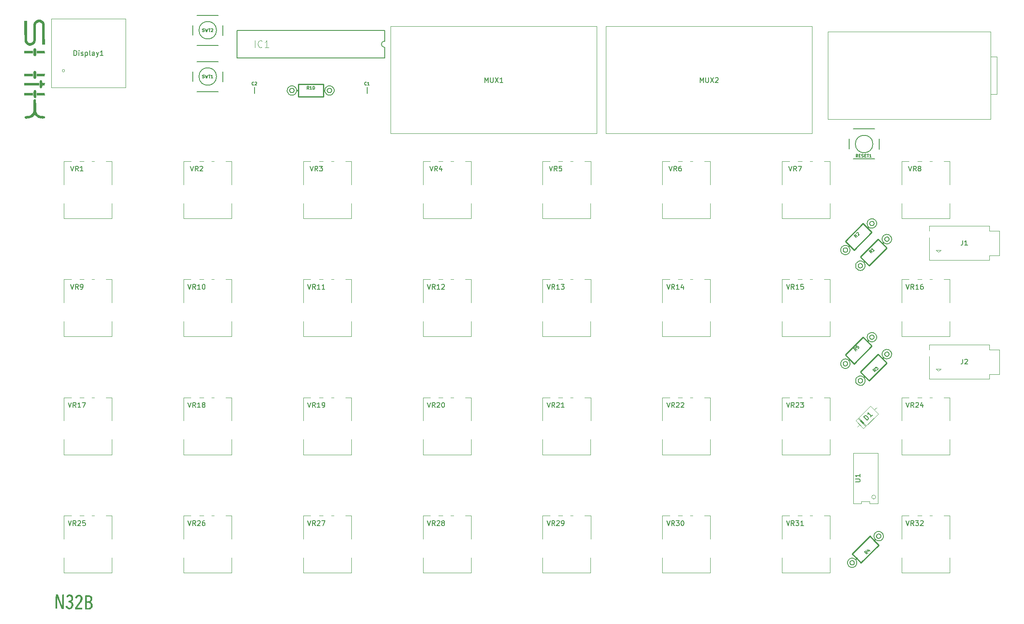
<source format=gbr>
G04 #@! TF.GenerationSoftware,KiCad,Pcbnew,(5.1.2-1)-1*
G04 #@! TF.CreationDate,2020-09-14T16:18:28+03:00*
G04 #@! TF.ProjectId,N32B,4e333242-2e6b-4696-9361-645f70636258,V0.1*
G04 #@! TF.SameCoordinates,Original*
G04 #@! TF.FileFunction,Legend,Top*
G04 #@! TF.FilePolarity,Positive*
%FSLAX46Y46*%
G04 Gerber Fmt 4.6, Leading zero omitted, Abs format (unit mm)*
G04 Created by KiCad (PCBNEW (5.1.2-1)-1) date 2020-09-14 16:18:28*
%MOMM*%
%LPD*%
G04 APERTURE LIST*
%ADD10C,0.120000*%
%ADD11C,0.010000*%
%ADD12C,0.127000*%
%ADD13C,0.254000*%
%ADD14C,0.203200*%
%ADD15C,0.152400*%
%ADD16C,0.150000*%
%ADD17C,0.015000*%
G04 APERTURE END LIST*
D10*
X38682000Y-40448000D02*
G75*
G03X38682000Y-40448000I-254000J0D01*
G01*
X36008000Y-43892000D02*
X36008000Y-29892000D01*
X51008000Y-29892000D02*
X36008000Y-29892000D01*
X51008000Y-43892000D02*
X51008000Y-29892000D01*
X36008000Y-43892000D02*
X51008000Y-43892000D01*
D11*
G36*
X33717053Y-30085112D02*
G01*
X33920753Y-30157126D01*
X34109402Y-30267944D01*
X34276974Y-30416323D01*
X34417437Y-30601022D01*
X34482597Y-30721094D01*
X34564341Y-30893672D01*
X34571410Y-32972200D01*
X34578480Y-35050729D01*
X34146280Y-35050729D01*
X34139194Y-33023051D01*
X34132109Y-30995374D01*
X34075883Y-30890253D01*
X33963189Y-30731971D01*
X33813629Y-30608340D01*
X33716095Y-30555656D01*
X33623128Y-30518684D01*
X33540813Y-30503115D01*
X33441474Y-30504294D01*
X33420081Y-30505891D01*
X33252130Y-30539962D01*
X33096180Y-30610067D01*
X32961983Y-30709149D01*
X32859290Y-30830151D01*
X32801356Y-30953636D01*
X32794516Y-30995046D01*
X32788640Y-31071690D01*
X32783691Y-31185629D01*
X32779630Y-31338923D01*
X32776421Y-31533635D01*
X32774025Y-31771823D01*
X32772405Y-32055550D01*
X32771524Y-32386875D01*
X32771337Y-32600125D01*
X32770857Y-32881386D01*
X32769652Y-33151603D01*
X32767794Y-33405774D01*
X32765353Y-33638897D01*
X32762400Y-33845971D01*
X32759005Y-34021993D01*
X32755241Y-34161962D01*
X32751177Y-34260876D01*
X32747067Y-34312520D01*
X32690947Y-34535028D01*
X32593552Y-34735662D01*
X32460672Y-34910565D01*
X32298101Y-35055881D01*
X32111628Y-35167754D01*
X31907047Y-35242328D01*
X31690148Y-35275746D01*
X31466723Y-35264153D01*
X31353876Y-35240138D01*
X31132706Y-35156334D01*
X30936514Y-35033277D01*
X30771021Y-34876323D01*
X30641952Y-34690827D01*
X30559385Y-34496634D01*
X30550214Y-34465334D01*
X30542227Y-34432455D01*
X30535342Y-34394442D01*
X30529479Y-34347736D01*
X30524554Y-34288780D01*
X30520487Y-34214018D01*
X30517196Y-34119891D01*
X30514598Y-34002843D01*
X30512613Y-33859316D01*
X30511159Y-33685753D01*
X30510153Y-33478597D01*
X30509515Y-33234290D01*
X30509162Y-32949276D01*
X30509013Y-32619997D01*
X30508985Y-32302105D01*
X30508985Y-30270749D01*
X30939759Y-30270749D01*
X30946845Y-32298427D01*
X30953930Y-34326104D01*
X31022600Y-34456276D01*
X31128978Y-34606973D01*
X31265843Y-34720463D01*
X31426260Y-34793971D01*
X31603297Y-34824723D01*
X31790019Y-34809943D01*
X31861444Y-34791999D01*
X31971615Y-34738979D01*
X32083668Y-34651508D01*
X32182887Y-34543202D01*
X32254044Y-34428775D01*
X32313694Y-34300679D01*
X32313942Y-32693772D01*
X32314470Y-32300244D01*
X32315929Y-31957261D01*
X32318322Y-31664529D01*
X32321656Y-31421750D01*
X32325933Y-31228628D01*
X32331161Y-31084868D01*
X32337343Y-30990172D01*
X32342403Y-30952131D01*
X32397475Y-30778713D01*
X32485932Y-30602641D01*
X32596628Y-30443553D01*
X32683833Y-30350559D01*
X32872343Y-30209927D01*
X33075950Y-30114308D01*
X33288623Y-30062461D01*
X33504334Y-30053142D01*
X33717053Y-30085112D01*
X33717053Y-30085112D01*
G37*
X33717053Y-30085112D02*
X33920753Y-30157126D01*
X34109402Y-30267944D01*
X34276974Y-30416323D01*
X34417437Y-30601022D01*
X34482597Y-30721094D01*
X34564341Y-30893672D01*
X34571410Y-32972200D01*
X34578480Y-35050729D01*
X34146280Y-35050729D01*
X34139194Y-33023051D01*
X34132109Y-30995374D01*
X34075883Y-30890253D01*
X33963189Y-30731971D01*
X33813629Y-30608340D01*
X33716095Y-30555656D01*
X33623128Y-30518684D01*
X33540813Y-30503115D01*
X33441474Y-30504294D01*
X33420081Y-30505891D01*
X33252130Y-30539962D01*
X33096180Y-30610067D01*
X32961983Y-30709149D01*
X32859290Y-30830151D01*
X32801356Y-30953636D01*
X32794516Y-30995046D01*
X32788640Y-31071690D01*
X32783691Y-31185629D01*
X32779630Y-31338923D01*
X32776421Y-31533635D01*
X32774025Y-31771823D01*
X32772405Y-32055550D01*
X32771524Y-32386875D01*
X32771337Y-32600125D01*
X32770857Y-32881386D01*
X32769652Y-33151603D01*
X32767794Y-33405774D01*
X32765353Y-33638897D01*
X32762400Y-33845971D01*
X32759005Y-34021993D01*
X32755241Y-34161962D01*
X32751177Y-34260876D01*
X32747067Y-34312520D01*
X32690947Y-34535028D01*
X32593552Y-34735662D01*
X32460672Y-34910565D01*
X32298101Y-35055881D01*
X32111628Y-35167754D01*
X31907047Y-35242328D01*
X31690148Y-35275746D01*
X31466723Y-35264153D01*
X31353876Y-35240138D01*
X31132706Y-35156334D01*
X30936514Y-35033277D01*
X30771021Y-34876323D01*
X30641952Y-34690827D01*
X30559385Y-34496634D01*
X30550214Y-34465334D01*
X30542227Y-34432455D01*
X30535342Y-34394442D01*
X30529479Y-34347736D01*
X30524554Y-34288780D01*
X30520487Y-34214018D01*
X30517196Y-34119891D01*
X30514598Y-34002843D01*
X30512613Y-33859316D01*
X30511159Y-33685753D01*
X30510153Y-33478597D01*
X30509515Y-33234290D01*
X30509162Y-32949276D01*
X30509013Y-32619997D01*
X30508985Y-32302105D01*
X30508985Y-30270749D01*
X30939759Y-30270749D01*
X30946845Y-32298427D01*
X30953930Y-34326104D01*
X31022600Y-34456276D01*
X31128978Y-34606973D01*
X31265843Y-34720463D01*
X31426260Y-34793971D01*
X31603297Y-34824723D01*
X31790019Y-34809943D01*
X31861444Y-34791999D01*
X31971615Y-34738979D01*
X32083668Y-34651508D01*
X32182887Y-34543202D01*
X32254044Y-34428775D01*
X32313694Y-34300679D01*
X32313942Y-32693772D01*
X32314470Y-32300244D01*
X32315929Y-31957261D01*
X32318322Y-31664529D01*
X32321656Y-31421750D01*
X32325933Y-31228628D01*
X32331161Y-31084868D01*
X32337343Y-30990172D01*
X32342403Y-30952131D01*
X32397475Y-30778713D01*
X32485932Y-30602641D01*
X32596628Y-30443553D01*
X32683833Y-30350559D01*
X32872343Y-30209927D01*
X33075950Y-30114308D01*
X33288623Y-30062461D01*
X33504334Y-30053142D01*
X33717053Y-30085112D01*
G36*
X34571687Y-36633462D02*
G01*
X34579033Y-36855934D01*
X32998697Y-36855934D01*
X33006044Y-36633462D01*
X33013390Y-36410989D01*
X34564341Y-36410989D01*
X34571687Y-36633462D01*
X34571687Y-36633462D01*
G37*
X34571687Y-36633462D02*
X34579033Y-36855934D01*
X32998697Y-36855934D01*
X33006044Y-36633462D01*
X33013390Y-36410989D01*
X34564341Y-36410989D01*
X34571687Y-36633462D01*
G36*
X31328955Y-36404281D02*
G01*
X32148925Y-36410989D01*
X32156272Y-36633462D01*
X32163618Y-36855934D01*
X30508985Y-36855934D01*
X30508985Y-36397572D01*
X31328955Y-36404281D01*
X31328955Y-36404281D01*
G37*
X31328955Y-36404281D02*
X32148925Y-36410989D01*
X32156272Y-36633462D01*
X32163618Y-36855934D01*
X30508985Y-36855934D01*
X30508985Y-36397572D01*
X31328955Y-36404281D01*
G36*
X32649673Y-35874212D02*
G01*
X32711836Y-35901468D01*
X32746292Y-35929893D01*
X32772973Y-35965229D01*
X32792737Y-36013739D01*
X32806438Y-36081683D01*
X32814933Y-36175324D01*
X32819077Y-36300922D01*
X32819727Y-36464740D01*
X32817739Y-36673039D01*
X32817701Y-36675919D01*
X32809986Y-37267002D01*
X32726953Y-37341148D01*
X32639139Y-37400161D01*
X32557509Y-37410463D01*
X32475008Y-37371764D01*
X32426062Y-37328847D01*
X32339616Y-37242401D01*
X32339616Y-36653811D01*
X32340396Y-36444769D01*
X32343408Y-36280443D01*
X32349660Y-36154713D01*
X32360160Y-36061460D01*
X32375916Y-35994562D01*
X32397936Y-35947901D01*
X32427227Y-35915357D01*
X32464799Y-35890809D01*
X32465335Y-35890522D01*
X32553756Y-35866438D01*
X32649673Y-35874212D01*
X32649673Y-35874212D01*
G37*
X32649673Y-35874212D02*
X32711836Y-35901468D01*
X32746292Y-35929893D01*
X32772973Y-35965229D01*
X32792737Y-36013739D01*
X32806438Y-36081683D01*
X32814933Y-36175324D01*
X32819077Y-36300922D01*
X32819727Y-36464740D01*
X32817739Y-36673039D01*
X32817701Y-36675919D01*
X32809986Y-37267002D01*
X32726953Y-37341148D01*
X32639139Y-37400161D01*
X32557509Y-37410463D01*
X32475008Y-37371764D01*
X32426062Y-37328847D01*
X32339616Y-37242401D01*
X32339616Y-36653811D01*
X32340396Y-36444769D01*
X32343408Y-36280443D01*
X32349660Y-36154713D01*
X32360160Y-36061460D01*
X32375916Y-35994562D01*
X32397936Y-35947901D01*
X32427227Y-35915357D01*
X32464799Y-35890809D01*
X32465335Y-35890522D01*
X32553756Y-35866438D01*
X32649673Y-35874212D01*
G36*
X34571687Y-41248176D02*
G01*
X34564341Y-41470649D01*
X33799825Y-41477371D01*
X33607509Y-41478502D01*
X33431788Y-41478462D01*
X33279056Y-41477339D01*
X33155710Y-41475218D01*
X33068145Y-41472186D01*
X33022757Y-41468330D01*
X33017993Y-41466777D01*
X33010032Y-41434945D01*
X33004002Y-41365377D01*
X33000893Y-41271183D01*
X33000677Y-41237582D01*
X33000677Y-41025704D01*
X34579033Y-41025704D01*
X34571687Y-41248176D01*
X34571687Y-41248176D01*
G37*
X34571687Y-41248176D02*
X34564341Y-41470649D01*
X33799825Y-41477371D01*
X33607509Y-41478502D01*
X33431788Y-41478462D01*
X33279056Y-41477339D01*
X33155710Y-41475218D01*
X33068145Y-41472186D01*
X33022757Y-41468330D01*
X33017993Y-41466777D01*
X33010032Y-41434945D01*
X33004002Y-41365377D01*
X33000893Y-41271183D01*
X33000677Y-41237582D01*
X33000677Y-41025704D01*
X34579033Y-41025704D01*
X34571687Y-41248176D01*
G36*
X32156272Y-41248176D02*
G01*
X32148925Y-41470649D01*
X31328955Y-41477357D01*
X30508985Y-41484066D01*
X30508985Y-41025704D01*
X32163618Y-41025704D01*
X32156272Y-41248176D01*
X32156272Y-41248176D01*
G37*
X32156272Y-41248176D02*
X32148925Y-41470649D01*
X31328955Y-41477357D01*
X30508985Y-41484066D01*
X30508985Y-41025704D01*
X32163618Y-41025704D01*
X32156272Y-41248176D01*
G36*
X32676853Y-40501623D02*
G01*
X32726953Y-40540490D01*
X32809986Y-40614636D01*
X32817701Y-41205719D01*
X32819717Y-41414607D01*
X32819105Y-41578936D01*
X32815009Y-41704969D01*
X32806573Y-41798967D01*
X32792941Y-41867191D01*
X32773258Y-41915902D01*
X32746667Y-41951363D01*
X32712313Y-41979835D01*
X32711836Y-41980170D01*
X32633137Y-42010222D01*
X32539174Y-42013444D01*
X32460386Y-41989833D01*
X32424053Y-41964241D01*
X32395742Y-41930731D01*
X32374477Y-41883134D01*
X32359280Y-41815281D01*
X32349173Y-41721005D01*
X32343179Y-41594138D01*
X32340319Y-41428510D01*
X32339616Y-41227827D01*
X32339616Y-40639237D01*
X32426062Y-40552791D01*
X32512109Y-40486670D01*
X32593354Y-40469710D01*
X32676853Y-40501623D01*
X32676853Y-40501623D01*
G37*
X32676853Y-40501623D02*
X32726953Y-40540490D01*
X32809986Y-40614636D01*
X32817701Y-41205719D01*
X32819717Y-41414607D01*
X32819105Y-41578936D01*
X32815009Y-41704969D01*
X32806573Y-41798967D01*
X32792941Y-41867191D01*
X32773258Y-41915902D01*
X32746667Y-41951363D01*
X32712313Y-41979835D01*
X32711836Y-41980170D01*
X32633137Y-42010222D01*
X32539174Y-42013444D01*
X32460386Y-41989833D01*
X32424053Y-41964241D01*
X32395742Y-41930731D01*
X32374477Y-41883134D01*
X32359280Y-41815281D01*
X32349173Y-41721005D01*
X32343179Y-41594138D01*
X32340319Y-41428510D01*
X32339616Y-41227827D01*
X32339616Y-40639237D01*
X32426062Y-40552791D01*
X32512109Y-40486670D01*
X32593354Y-40469710D01*
X32676853Y-40501623D01*
G36*
X34571687Y-43129658D02*
G01*
X34564341Y-43352130D01*
X34221097Y-43367166D01*
X34221097Y-42907185D01*
X34579033Y-42907185D01*
X34571687Y-43129658D01*
X34571687Y-43129658D01*
G37*
X34571687Y-43129658D02*
X34564341Y-43352130D01*
X34221097Y-43367166D01*
X34221097Y-42907185D01*
X34579033Y-42907185D01*
X34571687Y-43129658D01*
G36*
X33432909Y-43364843D02*
G01*
X30508985Y-43364843D01*
X30508985Y-42907185D01*
X33432909Y-42907185D01*
X33432909Y-43364843D01*
X33432909Y-43364843D01*
G37*
X33432909Y-43364843D02*
X30508985Y-43364843D01*
X30508985Y-42907185D01*
X33432909Y-42907185D01*
X33432909Y-43364843D01*
G36*
X33926709Y-42381320D02*
G01*
X33935906Y-42387508D01*
X33976870Y-42419833D01*
X34008468Y-42456771D01*
X34031900Y-42505016D01*
X34048363Y-42571264D01*
X34059057Y-42662210D01*
X34065178Y-42784551D01*
X34067926Y-42944982D01*
X34068505Y-43128395D01*
X34068004Y-43315761D01*
X34066194Y-43459531D01*
X34062573Y-43566953D01*
X34056640Y-43645277D01*
X34047891Y-43701751D01*
X34035825Y-43743623D01*
X34024011Y-43770369D01*
X33958335Y-43850782D01*
X33867543Y-43898451D01*
X33770664Y-43904930D01*
X33717777Y-43879806D01*
X33659777Y-43830041D01*
X33649893Y-43818895D01*
X33585462Y-43742323D01*
X33585462Y-42520719D01*
X33671908Y-42434272D01*
X33759691Y-42367656D01*
X33843092Y-42350277D01*
X33926709Y-42381320D01*
X33926709Y-42381320D01*
G37*
X33926709Y-42381320D02*
X33935906Y-42387508D01*
X33976870Y-42419833D01*
X34008468Y-42456771D01*
X34031900Y-42505016D01*
X34048363Y-42571264D01*
X34059057Y-42662210D01*
X34065178Y-42784551D01*
X34067926Y-42944982D01*
X34068505Y-43128395D01*
X34068004Y-43315761D01*
X34066194Y-43459531D01*
X34062573Y-43566953D01*
X34056640Y-43645277D01*
X34047891Y-43701751D01*
X34035825Y-43743623D01*
X34024011Y-43770369D01*
X33958335Y-43850782D01*
X33867543Y-43898451D01*
X33770664Y-43904930D01*
X33717777Y-43879806D01*
X33659777Y-43830041D01*
X33649893Y-43818895D01*
X33585462Y-43742323D01*
X33585462Y-42520719D01*
X33671908Y-42434272D01*
X33759691Y-42367656D01*
X33843092Y-42350277D01*
X33926709Y-42381320D01*
G36*
X34571687Y-45150979D02*
G01*
X34579033Y-45373452D01*
X32998697Y-45373452D01*
X33006044Y-45150979D01*
X33013390Y-44928507D01*
X34564341Y-44928507D01*
X34571687Y-45150979D01*
X34571687Y-45150979D01*
G37*
X34571687Y-45150979D02*
X34579033Y-45373452D01*
X32998697Y-45373452D01*
X33006044Y-45150979D01*
X33013390Y-44928507D01*
X34564341Y-44928507D01*
X34571687Y-45150979D01*
G36*
X31328955Y-44921798D02*
G01*
X32148925Y-44928507D01*
X32156272Y-45150979D01*
X32163618Y-45373452D01*
X30508985Y-45373452D01*
X30508985Y-44915090D01*
X31328955Y-44921798D01*
X31328955Y-44921798D01*
G37*
X31328955Y-44921798D02*
X32148925Y-44928507D01*
X32156272Y-45150979D01*
X32163618Y-45373452D01*
X30508985Y-45373452D01*
X30508985Y-44915090D01*
X31328955Y-44921798D01*
G36*
X32716675Y-44401116D02*
G01*
X32790004Y-44469245D01*
X32841313Y-44575430D01*
X32861502Y-44670766D01*
X32866625Y-44741826D01*
X32870007Y-44852097D01*
X32871496Y-44989967D01*
X32870945Y-45143822D01*
X32869113Y-45262170D01*
X32863689Y-45451671D01*
X32855209Y-45597161D01*
X32841965Y-45705463D01*
X32822253Y-45783398D01*
X32794365Y-45837790D01*
X32756595Y-45875460D01*
X32708995Y-45902436D01*
X32636098Y-45928371D01*
X32576222Y-45924892D01*
X32517594Y-45900301D01*
X32471046Y-45871969D01*
X32434900Y-45834927D01*
X32407883Y-45782896D01*
X32388722Y-45709595D01*
X32376142Y-45608746D01*
X32368869Y-45474069D01*
X32365630Y-45299284D01*
X32365081Y-45148465D01*
X32366204Y-44940333D01*
X32370471Y-44776886D01*
X32379176Y-44651991D01*
X32393614Y-44559517D01*
X32415081Y-44493330D01*
X32444871Y-44447299D01*
X32484279Y-44415290D01*
X32524088Y-44395454D01*
X32626358Y-44375149D01*
X32716675Y-44401116D01*
X32716675Y-44401116D01*
G37*
X32716675Y-44401116D02*
X32790004Y-44469245D01*
X32841313Y-44575430D01*
X32861502Y-44670766D01*
X32866625Y-44741826D01*
X32870007Y-44852097D01*
X32871496Y-44989967D01*
X32870945Y-45143822D01*
X32869113Y-45262170D01*
X32863689Y-45451671D01*
X32855209Y-45597161D01*
X32841965Y-45705463D01*
X32822253Y-45783398D01*
X32794365Y-45837790D01*
X32756595Y-45875460D01*
X32708995Y-45902436D01*
X32636098Y-45928371D01*
X32576222Y-45924892D01*
X32517594Y-45900301D01*
X32471046Y-45871969D01*
X32434900Y-45834927D01*
X32407883Y-45782896D01*
X32388722Y-45709595D01*
X32376142Y-45608746D01*
X32368869Y-45474069D01*
X32365630Y-45299284D01*
X32365081Y-45148465D01*
X32366204Y-44940333D01*
X32370471Y-44776886D01*
X32379176Y-44651991D01*
X32393614Y-44559517D01*
X32415081Y-44493330D01*
X32444871Y-44447299D01*
X32484279Y-44415290D01*
X32524088Y-44395454D01*
X32626358Y-44375149D01*
X32716675Y-44401116D01*
G36*
X32656299Y-46235790D02*
G01*
X32727188Y-46297226D01*
X32773915Y-46384101D01*
X32782401Y-46419410D01*
X32785500Y-46462448D01*
X32788684Y-46550630D01*
X32791851Y-46678250D01*
X32794902Y-46839602D01*
X32797736Y-47028979D01*
X32800253Y-47240675D01*
X32802351Y-47468985D01*
X32803364Y-47610889D01*
X32810405Y-48716895D01*
X32909550Y-48920298D01*
X33043691Y-49140700D01*
X33213233Y-49326690D01*
X33414501Y-49474559D01*
X33509186Y-49525164D01*
X33586904Y-49561357D01*
X33652722Y-49587260D01*
X33718691Y-49605302D01*
X33796862Y-49617909D01*
X33899285Y-49627512D01*
X34038013Y-49636540D01*
X34071626Y-49638516D01*
X34244031Y-49650705D01*
X34372939Y-49665934D01*
X34465699Y-49686613D01*
X34529660Y-49715153D01*
X34572173Y-49753964D01*
X34600585Y-49805455D01*
X34603528Y-49812947D01*
X34609584Y-49894176D01*
X34574594Y-49974055D01*
X34506380Y-50037172D01*
X34483615Y-50049189D01*
X34416039Y-50065912D01*
X34309836Y-50075678D01*
X34176734Y-50078623D01*
X34028461Y-50074880D01*
X33876745Y-50064583D01*
X33733312Y-50047865D01*
X33684678Y-50040076D01*
X33475948Y-49989842D01*
X33287533Y-49912715D01*
X33107538Y-49802348D01*
X32924065Y-49652394D01*
X32877987Y-49609614D01*
X32759168Y-49501457D01*
X32665379Y-49430926D01*
X32588081Y-49397446D01*
X32518736Y-49400445D01*
X32448809Y-49439348D01*
X32369762Y-49513582D01*
X32316968Y-49571922D01*
X32129274Y-49747542D01*
X31908300Y-49886710D01*
X31657893Y-49987720D01*
X31381903Y-50048864D01*
X31203238Y-50065826D01*
X31083492Y-50072259D01*
X30977037Y-50078748D01*
X30897652Y-50084410D01*
X30864941Y-50087487D01*
X30794099Y-50087394D01*
X30717084Y-50076418D01*
X30615822Y-50034979D01*
X30548081Y-49970373D01*
X30515115Y-49892869D01*
X30518180Y-49812738D01*
X30558532Y-49740250D01*
X30637425Y-49685675D01*
X30667973Y-49674580D01*
X30724099Y-49664090D01*
X30818582Y-49653328D01*
X30938952Y-49643461D01*
X31072736Y-49635657D01*
X31093770Y-49634711D01*
X31233531Y-49628159D01*
X31335492Y-49620714D01*
X31412666Y-49609634D01*
X31478072Y-49592180D01*
X31544725Y-49565608D01*
X31625640Y-49527178D01*
X31641662Y-49519313D01*
X31856236Y-49387214D01*
X32035674Y-49218759D01*
X32181183Y-49012713D01*
X32232269Y-48915085D01*
X32326903Y-48716895D01*
X32339616Y-47560038D01*
X32342719Y-47321318D01*
X32346553Y-47097563D01*
X32350959Y-46894043D01*
X32355782Y-46716029D01*
X32360864Y-46568791D01*
X32366048Y-46457599D01*
X32371178Y-46387725D01*
X32375180Y-46365043D01*
X32448756Y-46271110D01*
X32528789Y-46220294D01*
X32574033Y-46212491D01*
X32656299Y-46235790D01*
X32656299Y-46235790D01*
G37*
X32656299Y-46235790D02*
X32727188Y-46297226D01*
X32773915Y-46384101D01*
X32782401Y-46419410D01*
X32785500Y-46462448D01*
X32788684Y-46550630D01*
X32791851Y-46678250D01*
X32794902Y-46839602D01*
X32797736Y-47028979D01*
X32800253Y-47240675D01*
X32802351Y-47468985D01*
X32803364Y-47610889D01*
X32810405Y-48716895D01*
X32909550Y-48920298D01*
X33043691Y-49140700D01*
X33213233Y-49326690D01*
X33414501Y-49474559D01*
X33509186Y-49525164D01*
X33586904Y-49561357D01*
X33652722Y-49587260D01*
X33718691Y-49605302D01*
X33796862Y-49617909D01*
X33899285Y-49627512D01*
X34038013Y-49636540D01*
X34071626Y-49638516D01*
X34244031Y-49650705D01*
X34372939Y-49665934D01*
X34465699Y-49686613D01*
X34529660Y-49715153D01*
X34572173Y-49753964D01*
X34600585Y-49805455D01*
X34603528Y-49812947D01*
X34609584Y-49894176D01*
X34574594Y-49974055D01*
X34506380Y-50037172D01*
X34483615Y-50049189D01*
X34416039Y-50065912D01*
X34309836Y-50075678D01*
X34176734Y-50078623D01*
X34028461Y-50074880D01*
X33876745Y-50064583D01*
X33733312Y-50047865D01*
X33684678Y-50040076D01*
X33475948Y-49989842D01*
X33287533Y-49912715D01*
X33107538Y-49802348D01*
X32924065Y-49652394D01*
X32877987Y-49609614D01*
X32759168Y-49501457D01*
X32665379Y-49430926D01*
X32588081Y-49397446D01*
X32518736Y-49400445D01*
X32448809Y-49439348D01*
X32369762Y-49513582D01*
X32316968Y-49571922D01*
X32129274Y-49747542D01*
X31908300Y-49886710D01*
X31657893Y-49987720D01*
X31381903Y-50048864D01*
X31203238Y-50065826D01*
X31083492Y-50072259D01*
X30977037Y-50078748D01*
X30897652Y-50084410D01*
X30864941Y-50087487D01*
X30794099Y-50087394D01*
X30717084Y-50076418D01*
X30615822Y-50034979D01*
X30548081Y-49970373D01*
X30515115Y-49892869D01*
X30518180Y-49812738D01*
X30558532Y-49740250D01*
X30637425Y-49685675D01*
X30667973Y-49674580D01*
X30724099Y-49664090D01*
X30818582Y-49653328D01*
X30938952Y-49643461D01*
X31072736Y-49635657D01*
X31093770Y-49634711D01*
X31233531Y-49628159D01*
X31335492Y-49620714D01*
X31412666Y-49609634D01*
X31478072Y-49592180D01*
X31544725Y-49565608D01*
X31625640Y-49527178D01*
X31641662Y-49519313D01*
X31856236Y-49387214D01*
X32035674Y-49218759D01*
X32181183Y-49012713D01*
X32232269Y-48915085D01*
X32326903Y-48716895D01*
X32339616Y-47560038D01*
X32342719Y-47321318D01*
X32346553Y-47097563D01*
X32350959Y-46894043D01*
X32355782Y-46716029D01*
X32360864Y-46568791D01*
X32366048Y-46457599D01*
X32371178Y-46387725D01*
X32375180Y-46365043D01*
X32448756Y-46271110D01*
X32528789Y-46220294D01*
X32574033Y-46212491D01*
X32656299Y-46235790D01*
G36*
X37316840Y-147081510D02*
G01*
X37349419Y-147165736D01*
X37397520Y-147290120D01*
X37458330Y-147447387D01*
X37529037Y-147630265D01*
X37606829Y-147831479D01*
X37688893Y-148043757D01*
X37769644Y-148252648D01*
X37872271Y-148515946D01*
X37958121Y-148731454D01*
X38027274Y-148899356D01*
X38079809Y-149019839D01*
X38115805Y-149093088D01*
X38135341Y-149119288D01*
X38138407Y-149117112D01*
X38142699Y-149081804D01*
X38147500Y-149001663D01*
X38152604Y-148882700D01*
X38157805Y-148730929D01*
X38162895Y-148552360D01*
X38167669Y-148353008D01*
X38171847Y-148143021D01*
X38176144Y-147921747D01*
X38180893Y-147708954D01*
X38185886Y-147511866D01*
X38190918Y-147337710D01*
X38195780Y-147193709D01*
X38200267Y-147087091D01*
X38203680Y-147030659D01*
X38218864Y-146846324D01*
X38464024Y-146846324D01*
X38452240Y-147157786D01*
X38448970Y-147252901D01*
X38444839Y-147386724D01*
X38440018Y-147552491D01*
X38434681Y-147743443D01*
X38429000Y-147952816D01*
X38423149Y-148173849D01*
X38417298Y-148399781D01*
X38411623Y-148623849D01*
X38406294Y-148839293D01*
X38401486Y-149039349D01*
X38397370Y-149217257D01*
X38394119Y-149366255D01*
X38391907Y-149479581D01*
X38390905Y-149550474D01*
X38390864Y-149560489D01*
X38390867Y-149668547D01*
X38226497Y-149668547D01*
X38131689Y-149665652D01*
X38075565Y-149655068D01*
X38046186Y-149633941D01*
X38040268Y-149624052D01*
X38026891Y-149591986D01*
X37997027Y-149517333D01*
X37952568Y-149404918D01*
X37895409Y-149259565D01*
X37827443Y-149086101D01*
X37750564Y-148889350D01*
X37666665Y-148674138D01*
X37577641Y-148445289D01*
X37576611Y-148442638D01*
X37488205Y-148215901D01*
X37405266Y-148004657D01*
X37329613Y-147813438D01*
X37263067Y-147646774D01*
X37207447Y-147509195D01*
X37164572Y-147405232D01*
X37136263Y-147339416D01*
X37124339Y-147316278D01*
X37124202Y-147316327D01*
X37121406Y-147343133D01*
X37117615Y-147415659D01*
X37113002Y-147528786D01*
X37107740Y-147677397D01*
X37102004Y-147856375D01*
X37095966Y-148060600D01*
X37089800Y-148284955D01*
X37084812Y-148478672D01*
X37056032Y-149630409D01*
X36944520Y-149638396D01*
X36872639Y-149638936D01*
X36823668Y-149630856D01*
X36814952Y-149625683D01*
X36811964Y-149596802D01*
X36810493Y-149522201D01*
X36810477Y-149406984D01*
X36811854Y-149256256D01*
X36814564Y-149075124D01*
X36818544Y-148868692D01*
X36823733Y-148642065D01*
X36829451Y-148422701D01*
X36836216Y-148173761D01*
X36842579Y-147933431D01*
X36848387Y-147707951D01*
X36853485Y-147503559D01*
X36857720Y-147326496D01*
X36860940Y-147182999D01*
X36862989Y-147079309D01*
X36863673Y-147030659D01*
X36865342Y-146820899D01*
X37216009Y-146820899D01*
X37316840Y-147081510D01*
X37316840Y-147081510D01*
G37*
X37316840Y-147081510D02*
X37349419Y-147165736D01*
X37397520Y-147290120D01*
X37458330Y-147447387D01*
X37529037Y-147630265D01*
X37606829Y-147831479D01*
X37688893Y-148043757D01*
X37769644Y-148252648D01*
X37872271Y-148515946D01*
X37958121Y-148731454D01*
X38027274Y-148899356D01*
X38079809Y-149019839D01*
X38115805Y-149093088D01*
X38135341Y-149119288D01*
X38138407Y-149117112D01*
X38142699Y-149081804D01*
X38147500Y-149001663D01*
X38152604Y-148882700D01*
X38157805Y-148730929D01*
X38162895Y-148552360D01*
X38167669Y-148353008D01*
X38171847Y-148143021D01*
X38176144Y-147921747D01*
X38180893Y-147708954D01*
X38185886Y-147511866D01*
X38190918Y-147337710D01*
X38195780Y-147193709D01*
X38200267Y-147087091D01*
X38203680Y-147030659D01*
X38218864Y-146846324D01*
X38464024Y-146846324D01*
X38452240Y-147157786D01*
X38448970Y-147252901D01*
X38444839Y-147386724D01*
X38440018Y-147552491D01*
X38434681Y-147743443D01*
X38429000Y-147952816D01*
X38423149Y-148173849D01*
X38417298Y-148399781D01*
X38411623Y-148623849D01*
X38406294Y-148839293D01*
X38401486Y-149039349D01*
X38397370Y-149217257D01*
X38394119Y-149366255D01*
X38391907Y-149479581D01*
X38390905Y-149550474D01*
X38390864Y-149560489D01*
X38390867Y-149668547D01*
X38226497Y-149668547D01*
X38131689Y-149665652D01*
X38075565Y-149655068D01*
X38046186Y-149633941D01*
X38040268Y-149624052D01*
X38026891Y-149591986D01*
X37997027Y-149517333D01*
X37952568Y-149404918D01*
X37895409Y-149259565D01*
X37827443Y-149086101D01*
X37750564Y-148889350D01*
X37666665Y-148674138D01*
X37577641Y-148445289D01*
X37576611Y-148442638D01*
X37488205Y-148215901D01*
X37405266Y-148004657D01*
X37329613Y-147813438D01*
X37263067Y-147646774D01*
X37207447Y-147509195D01*
X37164572Y-147405232D01*
X37136263Y-147339416D01*
X37124339Y-147316278D01*
X37124202Y-147316327D01*
X37121406Y-147343133D01*
X37117615Y-147415659D01*
X37113002Y-147528786D01*
X37107740Y-147677397D01*
X37102004Y-147856375D01*
X37095966Y-148060600D01*
X37089800Y-148284955D01*
X37084812Y-148478672D01*
X37056032Y-149630409D01*
X36944520Y-149638396D01*
X36872639Y-149638936D01*
X36823668Y-149630856D01*
X36814952Y-149625683D01*
X36811964Y-149596802D01*
X36810493Y-149522201D01*
X36810477Y-149406984D01*
X36811854Y-149256256D01*
X36814564Y-149075124D01*
X36818544Y-148868692D01*
X36823733Y-148642065D01*
X36829451Y-148422701D01*
X36836216Y-148173761D01*
X36842579Y-147933431D01*
X36848387Y-147707951D01*
X36853485Y-147503559D01*
X36857720Y-147326496D01*
X36860940Y-147182999D01*
X36862989Y-147079309D01*
X36863673Y-147030659D01*
X36865342Y-146820899D01*
X37216009Y-146820899D01*
X37316840Y-147081510D01*
G36*
X39892956Y-146881485D02*
G01*
X39950628Y-146904831D01*
X40092489Y-146996222D01*
X40201804Y-147125988D01*
X40279302Y-147295031D01*
X40288869Y-147326029D01*
X40316435Y-147492346D01*
X40307673Y-147661531D01*
X40266437Y-147824111D01*
X40196581Y-147970617D01*
X40101962Y-148091576D01*
X39986432Y-148177519D01*
X39932826Y-148200817D01*
X39859586Y-148226348D01*
X39954737Y-148259060D01*
X40065613Y-148318603D01*
X40172706Y-148413814D01*
X40261109Y-148530740D01*
X40278967Y-148562541D01*
X40317922Y-148673419D01*
X40340735Y-148814736D01*
X40346487Y-148968411D01*
X40334264Y-149116366D01*
X40312030Y-149215006D01*
X40231627Y-149395313D01*
X40117101Y-149542116D01*
X39973531Y-149651574D01*
X39805997Y-149719846D01*
X39619579Y-149743092D01*
X39613583Y-149743052D01*
X39503754Y-149736334D01*
X39394680Y-149720827D01*
X39330829Y-149705771D01*
X39196599Y-149641752D01*
X39070588Y-149540755D01*
X38968111Y-149416155D01*
X38936497Y-149361435D01*
X38901533Y-149288124D01*
X38878832Y-149232249D01*
X38873950Y-149212929D01*
X38895808Y-149192776D01*
X38949224Y-149168820D01*
X39015966Y-149147581D01*
X39077802Y-149135579D01*
X39092561Y-149134755D01*
X39118822Y-149155834D01*
X39152918Y-149209280D01*
X39168109Y-149240232D01*
X39247837Y-149359186D01*
X39359302Y-149446166D01*
X39491436Y-149496647D01*
X39633172Y-149506108D01*
X39752022Y-149478866D01*
X39878442Y-149404302D01*
X39976876Y-149287685D01*
X40047619Y-149128641D01*
X40058968Y-149089879D01*
X40086046Y-148912210D01*
X40070594Y-148748807D01*
X40016076Y-148605487D01*
X39925959Y-148488069D01*
X39803708Y-148402370D01*
X39652790Y-148354206D01*
X39617812Y-148349408D01*
X39523616Y-148333253D01*
X39472661Y-148304556D01*
X39457495Y-148254750D01*
X39469681Y-148179148D01*
X39489377Y-148137120D01*
X39530875Y-148119974D01*
X39578319Y-148117596D01*
X39704807Y-148095294D01*
X39828781Y-148035316D01*
X39931136Y-147948054D01*
X39960492Y-147909744D01*
X39998056Y-147842159D01*
X40020802Y-147767945D01*
X40033419Y-147668963D01*
X40036908Y-147614076D01*
X40040044Y-147504643D01*
X40033694Y-147426738D01*
X40014885Y-147361455D01*
X39988130Y-147304187D01*
X39902510Y-147183995D01*
X39793855Y-147107014D01*
X39665923Y-147075747D01*
X39644403Y-147075153D01*
X39512122Y-147093931D01*
X39399917Y-147153794D01*
X39313039Y-147240139D01*
X39265708Y-147294292D01*
X39230072Y-147315605D01*
X39185716Y-147310665D01*
X39140561Y-147295813D01*
X39076591Y-147268423D01*
X39037494Y-147241807D01*
X39033274Y-147235308D01*
X39042535Y-147201829D01*
X39075724Y-147143797D01*
X39108122Y-147097531D01*
X39228507Y-146977640D01*
X39377013Y-146893841D01*
X39543811Y-146848383D01*
X39719069Y-146843515D01*
X39892956Y-146881485D01*
X39892956Y-146881485D01*
G37*
X39892956Y-146881485D02*
X39950628Y-146904831D01*
X40092489Y-146996222D01*
X40201804Y-147125988D01*
X40279302Y-147295031D01*
X40288869Y-147326029D01*
X40316435Y-147492346D01*
X40307673Y-147661531D01*
X40266437Y-147824111D01*
X40196581Y-147970617D01*
X40101962Y-148091576D01*
X39986432Y-148177519D01*
X39932826Y-148200817D01*
X39859586Y-148226348D01*
X39954737Y-148259060D01*
X40065613Y-148318603D01*
X40172706Y-148413814D01*
X40261109Y-148530740D01*
X40278967Y-148562541D01*
X40317922Y-148673419D01*
X40340735Y-148814736D01*
X40346487Y-148968411D01*
X40334264Y-149116366D01*
X40312030Y-149215006D01*
X40231627Y-149395313D01*
X40117101Y-149542116D01*
X39973531Y-149651574D01*
X39805997Y-149719846D01*
X39619579Y-149743092D01*
X39613583Y-149743052D01*
X39503754Y-149736334D01*
X39394680Y-149720827D01*
X39330829Y-149705771D01*
X39196599Y-149641752D01*
X39070588Y-149540755D01*
X38968111Y-149416155D01*
X38936497Y-149361435D01*
X38901533Y-149288124D01*
X38878832Y-149232249D01*
X38873950Y-149212929D01*
X38895808Y-149192776D01*
X38949224Y-149168820D01*
X39015966Y-149147581D01*
X39077802Y-149135579D01*
X39092561Y-149134755D01*
X39118822Y-149155834D01*
X39152918Y-149209280D01*
X39168109Y-149240232D01*
X39247837Y-149359186D01*
X39359302Y-149446166D01*
X39491436Y-149496647D01*
X39633172Y-149506108D01*
X39752022Y-149478866D01*
X39878442Y-149404302D01*
X39976876Y-149287685D01*
X40047619Y-149128641D01*
X40058968Y-149089879D01*
X40086046Y-148912210D01*
X40070594Y-148748807D01*
X40016076Y-148605487D01*
X39925959Y-148488069D01*
X39803708Y-148402370D01*
X39652790Y-148354206D01*
X39617812Y-148349408D01*
X39523616Y-148333253D01*
X39472661Y-148304556D01*
X39457495Y-148254750D01*
X39469681Y-148179148D01*
X39489377Y-148137120D01*
X39530875Y-148119974D01*
X39578319Y-148117596D01*
X39704807Y-148095294D01*
X39828781Y-148035316D01*
X39931136Y-147948054D01*
X39960492Y-147909744D01*
X39998056Y-147842159D01*
X40020802Y-147767945D01*
X40033419Y-147668963D01*
X40036908Y-147614076D01*
X40040044Y-147504643D01*
X40033694Y-147426738D01*
X40014885Y-147361455D01*
X39988130Y-147304187D01*
X39902510Y-147183995D01*
X39793855Y-147107014D01*
X39665923Y-147075747D01*
X39644403Y-147075153D01*
X39512122Y-147093931D01*
X39399917Y-147153794D01*
X39313039Y-147240139D01*
X39265708Y-147294292D01*
X39230072Y-147315605D01*
X39185716Y-147310665D01*
X39140561Y-147295813D01*
X39076591Y-147268423D01*
X39037494Y-147241807D01*
X39033274Y-147235308D01*
X39042535Y-147201829D01*
X39075724Y-147143797D01*
X39108122Y-147097531D01*
X39228507Y-146977640D01*
X39377013Y-146893841D01*
X39543811Y-146848383D01*
X39719069Y-146843515D01*
X39892956Y-146881485D01*
G36*
X41663819Y-146890979D02*
G01*
X41797328Y-146923175D01*
X41837747Y-146941164D01*
X41982176Y-147043817D01*
X42092082Y-147179608D01*
X42165581Y-147342679D01*
X42200784Y-147527170D01*
X42195806Y-147727225D01*
X42153524Y-147921911D01*
X42125958Y-147998088D01*
X42086615Y-148083040D01*
X42032619Y-148181252D01*
X41961096Y-148297207D01*
X41869172Y-148435388D01*
X41753970Y-148600280D01*
X41612618Y-148796366D01*
X41457511Y-149007486D01*
X41109711Y-149477856D01*
X41294884Y-149493602D01*
X41396065Y-149500174D01*
X41529737Y-149506026D01*
X41677537Y-149510472D01*
X41804231Y-149512671D01*
X42128405Y-149515994D01*
X42128405Y-149770248D01*
X41982209Y-149764689D01*
X41911212Y-149762301D01*
X41799977Y-149758939D01*
X41659103Y-149754906D01*
X41499187Y-149750504D01*
X41330826Y-149746037D01*
X41314791Y-149745620D01*
X40793570Y-149732110D01*
X40802582Y-149592270D01*
X40806227Y-149549577D01*
X40813476Y-149510307D01*
X40827751Y-149468814D01*
X40852475Y-149419448D01*
X40891068Y-149356562D01*
X40946953Y-149274507D01*
X41023551Y-149167637D01*
X41124284Y-149030302D01*
X41228090Y-148889919D01*
X41343818Y-148732527D01*
X41454854Y-148579491D01*
X41555939Y-148438213D01*
X41641814Y-148316096D01*
X41707220Y-148220542D01*
X41744462Y-148163008D01*
X41846977Y-147962538D01*
X41906940Y-147771144D01*
X41924233Y-147592754D01*
X41898739Y-147431294D01*
X41830339Y-147290691D01*
X41772648Y-147221923D01*
X41709293Y-147164267D01*
X41654607Y-147135818D01*
X41584882Y-147126569D01*
X41545349Y-147126004D01*
X41403491Y-147143208D01*
X41291556Y-147197407D01*
X41204432Y-147292483D01*
X41137008Y-147432317D01*
X41135157Y-147437466D01*
X41106901Y-147500406D01*
X41072230Y-147527396D01*
X41023647Y-147532464D01*
X40947582Y-147527290D01*
X40891367Y-147517427D01*
X40836612Y-147502737D01*
X40886314Y-147355564D01*
X40966187Y-147188261D01*
X41080009Y-147050347D01*
X41220568Y-146950387D01*
X41232227Y-146944542D01*
X41362083Y-146901769D01*
X41512342Y-146883879D01*
X41663819Y-146890979D01*
X41663819Y-146890979D01*
G37*
X41663819Y-146890979D02*
X41797328Y-146923175D01*
X41837747Y-146941164D01*
X41982176Y-147043817D01*
X42092082Y-147179608D01*
X42165581Y-147342679D01*
X42200784Y-147527170D01*
X42195806Y-147727225D01*
X42153524Y-147921911D01*
X42125958Y-147998088D01*
X42086615Y-148083040D01*
X42032619Y-148181252D01*
X41961096Y-148297207D01*
X41869172Y-148435388D01*
X41753970Y-148600280D01*
X41612618Y-148796366D01*
X41457511Y-149007486D01*
X41109711Y-149477856D01*
X41294884Y-149493602D01*
X41396065Y-149500174D01*
X41529737Y-149506026D01*
X41677537Y-149510472D01*
X41804231Y-149512671D01*
X42128405Y-149515994D01*
X42128405Y-149770248D01*
X41982209Y-149764689D01*
X41911212Y-149762301D01*
X41799977Y-149758939D01*
X41659103Y-149754906D01*
X41499187Y-149750504D01*
X41330826Y-149746037D01*
X41314791Y-149745620D01*
X40793570Y-149732110D01*
X40802582Y-149592270D01*
X40806227Y-149549577D01*
X40813476Y-149510307D01*
X40827751Y-149468814D01*
X40852475Y-149419448D01*
X40891068Y-149356562D01*
X40946953Y-149274507D01*
X41023551Y-149167637D01*
X41124284Y-149030302D01*
X41228090Y-148889919D01*
X41343818Y-148732527D01*
X41454854Y-148579491D01*
X41555939Y-148438213D01*
X41641814Y-148316096D01*
X41707220Y-148220542D01*
X41744462Y-148163008D01*
X41846977Y-147962538D01*
X41906940Y-147771144D01*
X41924233Y-147592754D01*
X41898739Y-147431294D01*
X41830339Y-147290691D01*
X41772648Y-147221923D01*
X41709293Y-147164267D01*
X41654607Y-147135818D01*
X41584882Y-147126569D01*
X41545349Y-147126004D01*
X41403491Y-147143208D01*
X41291556Y-147197407D01*
X41204432Y-147292483D01*
X41137008Y-147432317D01*
X41135157Y-147437466D01*
X41106901Y-147500406D01*
X41072230Y-147527396D01*
X41023647Y-147532464D01*
X40947582Y-147527290D01*
X40891367Y-147517427D01*
X40836612Y-147502737D01*
X40886314Y-147355564D01*
X40966187Y-147188261D01*
X41080009Y-147050347D01*
X41220568Y-146950387D01*
X41232227Y-146944542D01*
X41362083Y-146901769D01*
X41512342Y-146883879D01*
X41663819Y-146890979D01*
G36*
X43281573Y-146978351D02*
G01*
X43441107Y-146982986D01*
X43559915Y-146988807D01*
X43648122Y-146997105D01*
X43715853Y-147009169D01*
X43773232Y-147026289D01*
X43825737Y-147047683D01*
X43968083Y-147134862D01*
X44084074Y-147253704D01*
X44154024Y-147373910D01*
X44173021Y-147447089D01*
X44185962Y-147552642D01*
X44190549Y-147665098D01*
X44173330Y-147860062D01*
X44119734Y-148021270D01*
X44028258Y-148151971D01*
X43926063Y-148237242D01*
X43804102Y-148318751D01*
X43903045Y-148369228D01*
X44014020Y-148446484D01*
X44117002Y-148554032D01*
X44193973Y-148672313D01*
X44205523Y-148697583D01*
X44242945Y-148832380D01*
X44258327Y-148991763D01*
X44250868Y-149154113D01*
X44226956Y-149274935D01*
X44152643Y-149456786D01*
X44045883Y-149600018D01*
X43904954Y-149706532D01*
X43788238Y-149759133D01*
X43731983Y-149770482D01*
X43638883Y-149779908D01*
X43519367Y-149787250D01*
X43383862Y-149792345D01*
X43242795Y-149795031D01*
X43106596Y-149795148D01*
X42985690Y-149792532D01*
X42890508Y-149787023D01*
X42831475Y-149778459D01*
X42820328Y-149774146D01*
X42812405Y-149760528D01*
X42806353Y-149728234D01*
X42802149Y-149673230D01*
X42799772Y-149591483D01*
X42799647Y-149566845D01*
X43069146Y-149566845D01*
X43329756Y-149566287D01*
X43469635Y-149563227D01*
X43571710Y-149553626D01*
X43648798Y-149535805D01*
X43692068Y-149518790D01*
X43823110Y-149434165D01*
X43914889Y-149318688D01*
X43968188Y-149170974D01*
X43983902Y-149001946D01*
X43964826Y-148824698D01*
X43908462Y-148680543D01*
X43814074Y-148568879D01*
X43680925Y-148489104D01*
X43508279Y-148440618D01*
X43295400Y-148422818D01*
X43274624Y-148422701D01*
X43101224Y-148422701D01*
X43085465Y-148518046D01*
X43080405Y-148573776D01*
X43075987Y-148670256D01*
X43072496Y-148797388D01*
X43070214Y-148945074D01*
X43069425Y-149090118D01*
X43069146Y-149566845D01*
X42799647Y-149566845D01*
X42799200Y-149478960D01*
X42800411Y-149331626D01*
X42803384Y-149145448D01*
X42808098Y-148916394D01*
X42814312Y-148649460D01*
X42820424Y-148404478D01*
X42826768Y-148164506D01*
X42832920Y-147944206D01*
X43094703Y-147944206D01*
X43095312Y-148057790D01*
X43098747Y-148130442D01*
X43107194Y-148172074D01*
X43122842Y-148192600D01*
X43147879Y-148201934D01*
X43151778Y-148202807D01*
X43243388Y-148212610D01*
X43360852Y-148211502D01*
X43485520Y-148201105D01*
X43598740Y-148183042D01*
X43681863Y-148158935D01*
X43687981Y-148156169D01*
X43790258Y-148081051D01*
X43867492Y-147972257D01*
X43917360Y-147841604D01*
X43937537Y-147700911D01*
X43925701Y-147561995D01*
X43879527Y-147436674D01*
X43840581Y-147380094D01*
X43771081Y-147310352D01*
X43692743Y-147262224D01*
X43593855Y-147231401D01*
X43462704Y-147213574D01*
X43371940Y-147207718D01*
X43128087Y-147195871D01*
X43111460Y-147446974D01*
X43103613Y-147594456D01*
X43097725Y-147760199D01*
X43094834Y-147913363D01*
X43094703Y-147944206D01*
X42832920Y-147944206D01*
X42833131Y-147936669D01*
X42839298Y-147728094D01*
X42845057Y-147545907D01*
X42850193Y-147397233D01*
X42854494Y-147289198D01*
X42856038Y-147256930D01*
X42871078Y-146968336D01*
X43281573Y-146978351D01*
X43281573Y-146978351D01*
G37*
X43281573Y-146978351D02*
X43441107Y-146982986D01*
X43559915Y-146988807D01*
X43648122Y-146997105D01*
X43715853Y-147009169D01*
X43773232Y-147026289D01*
X43825737Y-147047683D01*
X43968083Y-147134862D01*
X44084074Y-147253704D01*
X44154024Y-147373910D01*
X44173021Y-147447089D01*
X44185962Y-147552642D01*
X44190549Y-147665098D01*
X44173330Y-147860062D01*
X44119734Y-148021270D01*
X44028258Y-148151971D01*
X43926063Y-148237242D01*
X43804102Y-148318751D01*
X43903045Y-148369228D01*
X44014020Y-148446484D01*
X44117002Y-148554032D01*
X44193973Y-148672313D01*
X44205523Y-148697583D01*
X44242945Y-148832380D01*
X44258327Y-148991763D01*
X44250868Y-149154113D01*
X44226956Y-149274935D01*
X44152643Y-149456786D01*
X44045883Y-149600018D01*
X43904954Y-149706532D01*
X43788238Y-149759133D01*
X43731983Y-149770482D01*
X43638883Y-149779908D01*
X43519367Y-149787250D01*
X43383862Y-149792345D01*
X43242795Y-149795031D01*
X43106596Y-149795148D01*
X42985690Y-149792532D01*
X42890508Y-149787023D01*
X42831475Y-149778459D01*
X42820328Y-149774146D01*
X42812405Y-149760528D01*
X42806353Y-149728234D01*
X42802149Y-149673230D01*
X42799772Y-149591483D01*
X42799647Y-149566845D01*
X43069146Y-149566845D01*
X43329756Y-149566287D01*
X43469635Y-149563227D01*
X43571710Y-149553626D01*
X43648798Y-149535805D01*
X43692068Y-149518790D01*
X43823110Y-149434165D01*
X43914889Y-149318688D01*
X43968188Y-149170974D01*
X43983902Y-149001946D01*
X43964826Y-148824698D01*
X43908462Y-148680543D01*
X43814074Y-148568879D01*
X43680925Y-148489104D01*
X43508279Y-148440618D01*
X43295400Y-148422818D01*
X43274624Y-148422701D01*
X43101224Y-148422701D01*
X43085465Y-148518046D01*
X43080405Y-148573776D01*
X43075987Y-148670256D01*
X43072496Y-148797388D01*
X43070214Y-148945074D01*
X43069425Y-149090118D01*
X43069146Y-149566845D01*
X42799647Y-149566845D01*
X42799200Y-149478960D01*
X42800411Y-149331626D01*
X42803384Y-149145448D01*
X42808098Y-148916394D01*
X42814312Y-148649460D01*
X42820424Y-148404478D01*
X42826768Y-148164506D01*
X42832920Y-147944206D01*
X43094703Y-147944206D01*
X43095312Y-148057790D01*
X43098747Y-148130442D01*
X43107194Y-148172074D01*
X43122842Y-148192600D01*
X43147879Y-148201934D01*
X43151778Y-148202807D01*
X43243388Y-148212610D01*
X43360852Y-148211502D01*
X43485520Y-148201105D01*
X43598740Y-148183042D01*
X43681863Y-148158935D01*
X43687981Y-148156169D01*
X43790258Y-148081051D01*
X43867492Y-147972257D01*
X43917360Y-147841604D01*
X43937537Y-147700911D01*
X43925701Y-147561995D01*
X43879527Y-147436674D01*
X43840581Y-147380094D01*
X43771081Y-147310352D01*
X43692743Y-147262224D01*
X43593855Y-147231401D01*
X43462704Y-147213574D01*
X43371940Y-147207718D01*
X43128087Y-147195871D01*
X43111460Y-147446974D01*
X43103613Y-147594456D01*
X43097725Y-147760199D01*
X43094834Y-147913363D01*
X43094703Y-147944206D01*
X42832920Y-147944206D01*
X42833131Y-147936669D01*
X42839298Y-147728094D01*
X42845057Y-147545907D01*
X42850193Y-147397233D01*
X42854494Y-147289198D01*
X42856038Y-147256930D01*
X42871078Y-146968336D01*
X43281573Y-146978351D01*
D10*
X199600315Y-111115766D02*
X201184234Y-112699685D01*
X199770021Y-110946060D02*
X201353940Y-112529979D01*
X199685168Y-111030913D02*
X201269087Y-112614832D01*
X203425763Y-108874237D02*
X202966143Y-109333857D01*
X199508391Y-112791609D02*
X199968010Y-112331990D01*
X202174184Y-108541897D02*
X199176051Y-111540030D01*
X203758103Y-110125816D02*
X202174184Y-108541897D01*
X200759970Y-113123949D02*
X203758103Y-110125816D01*
X199176051Y-111540030D02*
X200759970Y-113123949D01*
X208512001Y-142410000D02*
X218252001Y-142410000D01*
X208512001Y-130820000D02*
X210002001Y-130820000D01*
X208512001Y-139350000D02*
X208512001Y-142410000D01*
X218262001Y-130820000D02*
X218262001Y-135540000D01*
X218252001Y-139350000D02*
X218252001Y-142410000D01*
X208512001Y-130820000D02*
X208512001Y-135540000D01*
X217072001Y-130820000D02*
X218252001Y-130820000D01*
X214172001Y-130820000D02*
X214702001Y-130820000D01*
X211722001Y-130820000D02*
X212552001Y-130820000D01*
X184226001Y-142410000D02*
X193966001Y-142410000D01*
X184226001Y-130820000D02*
X185716001Y-130820000D01*
X184226001Y-139350000D02*
X184226001Y-142410000D01*
X193976001Y-130820000D02*
X193976001Y-135540000D01*
X193966001Y-139350000D02*
X193966001Y-142410000D01*
X184226001Y-130820000D02*
X184226001Y-135540000D01*
X192786001Y-130820000D02*
X193966001Y-130820000D01*
X189886001Y-130820000D02*
X190416001Y-130820000D01*
X187436001Y-130820000D02*
X188266001Y-130820000D01*
X159940001Y-142410000D02*
X169680001Y-142410000D01*
X159940001Y-130820000D02*
X161430001Y-130820000D01*
X159940001Y-139350000D02*
X159940001Y-142410000D01*
X169690001Y-130820000D02*
X169690001Y-135540000D01*
X169680001Y-139350000D02*
X169680001Y-142410000D01*
X159940001Y-130820000D02*
X159940001Y-135540000D01*
X168500001Y-130820000D02*
X169680001Y-130820000D01*
X165600001Y-130820000D02*
X166130001Y-130820000D01*
X163150001Y-130820000D02*
X163980001Y-130820000D01*
X135654001Y-142410000D02*
X145394001Y-142410000D01*
X135654001Y-130820000D02*
X137144001Y-130820000D01*
X135654001Y-139350000D02*
X135654001Y-142410000D01*
X145404001Y-130820000D02*
X145404001Y-135540000D01*
X145394001Y-139350000D02*
X145394001Y-142410000D01*
X135654001Y-130820000D02*
X135654001Y-135540000D01*
X144214001Y-130820000D02*
X145394001Y-130820000D01*
X141314001Y-130820000D02*
X141844001Y-130820000D01*
X138864001Y-130820000D02*
X139694001Y-130820000D01*
X111368002Y-142410000D02*
X121108002Y-142410000D01*
X111368002Y-130820000D02*
X112858002Y-130820000D01*
X111368002Y-139350000D02*
X111368002Y-142410000D01*
X121118002Y-130820000D02*
X121118002Y-135540000D01*
X121108002Y-139350000D02*
X121108002Y-142410000D01*
X111368002Y-130820000D02*
X111368002Y-135540000D01*
X119928002Y-130820000D02*
X121108002Y-130820000D01*
X117028002Y-130820000D02*
X117558002Y-130820000D01*
X114578002Y-130820000D02*
X115408002Y-130820000D01*
X87082001Y-142410000D02*
X96822001Y-142410000D01*
X87082001Y-130820000D02*
X88572001Y-130820000D01*
X87082001Y-139350000D02*
X87082001Y-142410000D01*
X96832001Y-130820000D02*
X96832001Y-135540000D01*
X96822001Y-139350000D02*
X96822001Y-142410000D01*
X87082001Y-130820000D02*
X87082001Y-135540000D01*
X95642001Y-130820000D02*
X96822001Y-130820000D01*
X92742001Y-130820000D02*
X93272001Y-130820000D01*
X90292001Y-130820000D02*
X91122001Y-130820000D01*
X62796001Y-142410000D02*
X72536001Y-142410000D01*
X62796001Y-130820000D02*
X64286001Y-130820000D01*
X62796001Y-139350000D02*
X62796001Y-142410000D01*
X72546001Y-130820000D02*
X72546001Y-135540000D01*
X72536001Y-139350000D02*
X72536001Y-142410000D01*
X62796001Y-130820000D02*
X62796001Y-135540000D01*
X71356001Y-130820000D02*
X72536001Y-130820000D01*
X68456001Y-130820000D02*
X68986001Y-130820000D01*
X66006001Y-130820000D02*
X66836001Y-130820000D01*
X208512001Y-118409999D02*
X218252001Y-118409999D01*
X208512001Y-106819999D02*
X210002001Y-106819999D01*
X208512001Y-115349999D02*
X208512001Y-118409999D01*
X218262001Y-106819999D02*
X218262001Y-111539999D01*
X218252001Y-115349999D02*
X218252001Y-118409999D01*
X208512001Y-106819999D02*
X208512001Y-111539999D01*
X217072001Y-106819999D02*
X218252001Y-106819999D01*
X214172001Y-106819999D02*
X214702001Y-106819999D01*
X211722001Y-106819999D02*
X212552001Y-106819999D01*
X184226001Y-118409999D02*
X193966001Y-118409999D01*
X184226001Y-106819999D02*
X185716001Y-106819999D01*
X184226001Y-115349999D02*
X184226001Y-118409999D01*
X193976001Y-106819999D02*
X193976001Y-111539999D01*
X193966001Y-115349999D02*
X193966001Y-118409999D01*
X184226001Y-106819999D02*
X184226001Y-111539999D01*
X192786001Y-106819999D02*
X193966001Y-106819999D01*
X189886001Y-106819999D02*
X190416001Y-106819999D01*
X187436001Y-106819999D02*
X188266001Y-106819999D01*
X159940001Y-118409999D02*
X169680001Y-118409999D01*
X159940001Y-106819999D02*
X161430001Y-106819999D01*
X159940001Y-115349999D02*
X159940001Y-118409999D01*
X169690001Y-106819999D02*
X169690001Y-111539999D01*
X169680001Y-115349999D02*
X169680001Y-118409999D01*
X159940001Y-106819999D02*
X159940001Y-111539999D01*
X168500001Y-106819999D02*
X169680001Y-106819999D01*
X165600001Y-106819999D02*
X166130001Y-106819999D01*
X163150001Y-106819999D02*
X163980001Y-106819999D01*
X135654001Y-118409999D02*
X145394001Y-118409999D01*
X135654001Y-106819999D02*
X137144001Y-106819999D01*
X135654001Y-115349999D02*
X135654001Y-118409999D01*
X145404001Y-106819999D02*
X145404001Y-111539999D01*
X145394001Y-115349999D02*
X145394001Y-118409999D01*
X135654001Y-106819999D02*
X135654001Y-111539999D01*
X144214001Y-106819999D02*
X145394001Y-106819999D01*
X141314001Y-106819999D02*
X141844001Y-106819999D01*
X138864001Y-106819999D02*
X139694001Y-106819999D01*
X111368002Y-118409999D02*
X121108002Y-118409999D01*
X111368002Y-106819999D02*
X112858002Y-106819999D01*
X111368002Y-115349999D02*
X111368002Y-118409999D01*
X121118002Y-106819999D02*
X121118002Y-111539999D01*
X121108002Y-115349999D02*
X121108002Y-118409999D01*
X111368002Y-106819999D02*
X111368002Y-111539999D01*
X119928002Y-106819999D02*
X121108002Y-106819999D01*
X117028002Y-106819999D02*
X117558002Y-106819999D01*
X114578002Y-106819999D02*
X115408002Y-106819999D01*
X87082001Y-118409999D02*
X96822001Y-118409999D01*
X87082001Y-106819999D02*
X88572001Y-106819999D01*
X87082001Y-115349999D02*
X87082001Y-118409999D01*
X96832001Y-106819999D02*
X96832001Y-111539999D01*
X96822001Y-115349999D02*
X96822001Y-118409999D01*
X87082001Y-106819999D02*
X87082001Y-111539999D01*
X95642001Y-106819999D02*
X96822001Y-106819999D01*
X92742001Y-106819999D02*
X93272001Y-106819999D01*
X90292001Y-106819999D02*
X91122001Y-106819999D01*
X62796001Y-118409999D02*
X72536001Y-118409999D01*
X62796001Y-106819999D02*
X64286001Y-106819999D01*
X62796001Y-115349999D02*
X62796001Y-118409999D01*
X72546001Y-106819999D02*
X72546001Y-111539999D01*
X72536001Y-115349999D02*
X72536001Y-118409999D01*
X62796001Y-106819999D02*
X62796001Y-111539999D01*
X71356001Y-106819999D02*
X72536001Y-106819999D01*
X68456001Y-106819999D02*
X68986001Y-106819999D01*
X66006001Y-106819999D02*
X66836001Y-106819999D01*
X38510001Y-118409999D02*
X48250001Y-118409999D01*
X38510001Y-106819999D02*
X40000001Y-106819999D01*
X38510001Y-115349999D02*
X38510001Y-118409999D01*
X48260001Y-106819999D02*
X48260001Y-111539999D01*
X48250001Y-115349999D02*
X48250001Y-118409999D01*
X38510001Y-106819999D02*
X38510001Y-111539999D01*
X47070001Y-106819999D02*
X48250001Y-106819999D01*
X44170001Y-106819999D02*
X44700001Y-106819999D01*
X41720001Y-106819999D02*
X42550001Y-106819999D01*
X208512001Y-94409999D02*
X218252001Y-94409999D01*
X208512001Y-82819999D02*
X210002001Y-82819999D01*
X208512001Y-91349999D02*
X208512001Y-94409999D01*
X218262001Y-82819999D02*
X218262001Y-87539999D01*
X218252001Y-91349999D02*
X218252001Y-94409999D01*
X208512001Y-82819999D02*
X208512001Y-87539999D01*
X217072001Y-82819999D02*
X218252001Y-82819999D01*
X214172001Y-82819999D02*
X214702001Y-82819999D01*
X211722001Y-82819999D02*
X212552001Y-82819999D01*
X184226001Y-94409999D02*
X193966001Y-94409999D01*
X184226001Y-82819999D02*
X185716001Y-82819999D01*
X184226001Y-91349999D02*
X184226001Y-94409999D01*
X193976001Y-82819999D02*
X193976001Y-87539999D01*
X193966001Y-91349999D02*
X193966001Y-94409999D01*
X184226001Y-82819999D02*
X184226001Y-87539999D01*
X192786001Y-82819999D02*
X193966001Y-82819999D01*
X189886001Y-82819999D02*
X190416001Y-82819999D01*
X187436001Y-82819999D02*
X188266001Y-82819999D01*
X159940001Y-94409999D02*
X169680001Y-94409999D01*
X159940001Y-82819999D02*
X161430001Y-82819999D01*
X159940001Y-91349999D02*
X159940001Y-94409999D01*
X169690001Y-82819999D02*
X169690001Y-87539999D01*
X169680001Y-91349999D02*
X169680001Y-94409999D01*
X159940001Y-82819999D02*
X159940001Y-87539999D01*
X168500001Y-82819999D02*
X169680001Y-82819999D01*
X165600001Y-82819999D02*
X166130001Y-82819999D01*
X163150001Y-82819999D02*
X163980001Y-82819999D01*
X135654001Y-94409999D02*
X145394001Y-94409999D01*
X135654001Y-82819999D02*
X137144001Y-82819999D01*
X135654001Y-91349999D02*
X135654001Y-94409999D01*
X145404001Y-82819999D02*
X145404001Y-87539999D01*
X145394001Y-91349999D02*
X145394001Y-94409999D01*
X135654001Y-82819999D02*
X135654001Y-87539999D01*
X144214001Y-82819999D02*
X145394001Y-82819999D01*
X141314001Y-82819999D02*
X141844001Y-82819999D01*
X138864001Y-82819999D02*
X139694001Y-82819999D01*
X111368002Y-94409999D02*
X121108002Y-94409999D01*
X111368002Y-82819999D02*
X112858002Y-82819999D01*
X111368002Y-91349999D02*
X111368002Y-94409999D01*
X121118002Y-82819999D02*
X121118002Y-87539999D01*
X121108002Y-91349999D02*
X121108002Y-94409999D01*
X111368002Y-82819999D02*
X111368002Y-87539999D01*
X119928002Y-82819999D02*
X121108002Y-82819999D01*
X117028002Y-82819999D02*
X117558002Y-82819999D01*
X114578002Y-82819999D02*
X115408002Y-82819999D01*
X87082001Y-94409999D02*
X96822001Y-94409999D01*
X87082001Y-82819999D02*
X88572001Y-82819999D01*
X87082001Y-91349999D02*
X87082001Y-94409999D01*
X96832001Y-82819999D02*
X96832001Y-87539999D01*
X96822001Y-91349999D02*
X96822001Y-94409999D01*
X87082001Y-82819999D02*
X87082001Y-87539999D01*
X95642001Y-82819999D02*
X96822001Y-82819999D01*
X92742001Y-82819999D02*
X93272001Y-82819999D01*
X90292001Y-82819999D02*
X91122001Y-82819999D01*
X62796001Y-94409999D02*
X72536001Y-94409999D01*
X62796001Y-82819999D02*
X64286001Y-82819999D01*
X62796001Y-91349999D02*
X62796001Y-94409999D01*
X72546001Y-82819999D02*
X72546001Y-87539999D01*
X72536001Y-91349999D02*
X72536001Y-94409999D01*
X62796001Y-82819999D02*
X62796001Y-87539999D01*
X71356001Y-82819999D02*
X72536001Y-82819999D01*
X68456001Y-82819999D02*
X68986001Y-82819999D01*
X66006001Y-82819999D02*
X66836001Y-82819999D01*
X38510001Y-94409999D02*
X48250001Y-94409999D01*
X38510001Y-82819999D02*
X40000001Y-82819999D01*
X38510001Y-91349999D02*
X38510001Y-94409999D01*
X48260001Y-82819999D02*
X48260001Y-87539999D01*
X48250001Y-91349999D02*
X48250001Y-94409999D01*
X38510001Y-82819999D02*
X38510001Y-87539999D01*
X47070001Y-82819999D02*
X48250001Y-82819999D01*
X44170001Y-82819999D02*
X44700001Y-82819999D01*
X41720001Y-82819999D02*
X42550001Y-82819999D01*
X208512001Y-70410000D02*
X218252001Y-70410000D01*
X208512001Y-58820000D02*
X210002001Y-58820000D01*
X208512001Y-67350000D02*
X208512001Y-70410000D01*
X218262001Y-58820000D02*
X218262001Y-63540000D01*
X218252001Y-67350000D02*
X218252001Y-70410000D01*
X208512001Y-58820000D02*
X208512001Y-63540000D01*
X217072001Y-58820000D02*
X218252001Y-58820000D01*
X214172001Y-58820000D02*
X214702001Y-58820000D01*
X211722001Y-58820000D02*
X212552001Y-58820000D01*
X184226001Y-70410000D02*
X193966001Y-70410000D01*
X184226001Y-58820000D02*
X185716001Y-58820000D01*
X184226001Y-67350000D02*
X184226001Y-70410000D01*
X193976001Y-58820000D02*
X193976001Y-63540000D01*
X193966001Y-67350000D02*
X193966001Y-70410000D01*
X184226001Y-58820000D02*
X184226001Y-63540000D01*
X192786001Y-58820000D02*
X193966001Y-58820000D01*
X189886001Y-58820000D02*
X190416001Y-58820000D01*
X187436001Y-58820000D02*
X188266001Y-58820000D01*
X159940001Y-70410000D02*
X169680001Y-70410000D01*
X159940001Y-58820000D02*
X161430001Y-58820000D01*
X159940001Y-67350000D02*
X159940001Y-70410000D01*
X169690001Y-58820000D02*
X169690001Y-63540000D01*
X169680001Y-67350000D02*
X169680001Y-70410000D01*
X159940001Y-58820000D02*
X159940001Y-63540000D01*
X168500001Y-58820000D02*
X169680001Y-58820000D01*
X165600001Y-58820000D02*
X166130001Y-58820000D01*
X163150001Y-58820000D02*
X163980001Y-58820000D01*
X135654001Y-70410000D02*
X145394001Y-70410000D01*
X135654001Y-58820000D02*
X137144001Y-58820000D01*
X135654001Y-67350000D02*
X135654001Y-70410000D01*
X145404001Y-58820000D02*
X145404001Y-63540000D01*
X145394001Y-67350000D02*
X145394001Y-70410000D01*
X135654001Y-58820000D02*
X135654001Y-63540000D01*
X144214001Y-58820000D02*
X145394001Y-58820000D01*
X141314001Y-58820000D02*
X141844001Y-58820000D01*
X138864001Y-58820000D02*
X139694001Y-58820000D01*
X111368002Y-70410000D02*
X121108002Y-70410000D01*
X111368002Y-58820000D02*
X112858002Y-58820000D01*
X111368002Y-67350000D02*
X111368002Y-70410000D01*
X121118002Y-58820000D02*
X121118002Y-63540000D01*
X121108002Y-67350000D02*
X121108002Y-70410000D01*
X111368002Y-58820000D02*
X111368002Y-63540000D01*
X119928002Y-58820000D02*
X121108002Y-58820000D01*
X117028002Y-58820000D02*
X117558002Y-58820000D01*
X114578002Y-58820000D02*
X115408002Y-58820000D01*
X62796001Y-70410000D02*
X72536001Y-70410000D01*
X62796001Y-58820000D02*
X64286001Y-58820000D01*
X62796001Y-67350000D02*
X62796001Y-70410000D01*
X72546001Y-58820000D02*
X72546001Y-63540000D01*
X72536001Y-67350000D02*
X72536001Y-70410000D01*
X62796001Y-58820000D02*
X62796001Y-63540000D01*
X71356001Y-58820000D02*
X72536001Y-58820000D01*
X68456001Y-58820000D02*
X68986001Y-58820000D01*
X66006001Y-58820000D02*
X66836001Y-58820000D01*
X87082001Y-70410000D02*
X96822001Y-70410000D01*
X87082001Y-58820000D02*
X88572001Y-58820000D01*
X87082001Y-67350000D02*
X87082001Y-70410000D01*
X96832001Y-58820000D02*
X96832001Y-63540000D01*
X96822001Y-67350000D02*
X96822001Y-70410000D01*
X87082001Y-58820000D02*
X87082001Y-63540000D01*
X95642001Y-58820000D02*
X96822001Y-58820000D01*
X92742001Y-58820000D02*
X93272001Y-58820000D01*
X90292001Y-58820000D02*
X91122001Y-58820000D01*
X38510001Y-142410000D02*
X48250001Y-142410000D01*
X38510001Y-130820000D02*
X40000001Y-130820000D01*
X38510001Y-139350000D02*
X38510001Y-142410000D01*
X48260001Y-130820000D02*
X48260001Y-135540000D01*
X48250001Y-139350000D02*
X48250001Y-142410000D01*
X38510001Y-130820000D02*
X38510001Y-135540000D01*
X47070001Y-130820000D02*
X48250001Y-130820000D01*
X44170001Y-130820000D02*
X44700001Y-130820000D01*
X41720001Y-130820000D02*
X42550001Y-130820000D01*
X38510001Y-70410000D02*
X48250001Y-70410000D01*
X38510001Y-58820000D02*
X40000001Y-58820000D01*
X38510001Y-67350000D02*
X38510001Y-70410000D01*
X48260001Y-58820000D02*
X48260001Y-63540000D01*
X48250001Y-67350000D02*
X48250001Y-70410000D01*
X38510001Y-58820000D02*
X38510001Y-63540000D01*
X47070001Y-58820000D02*
X48250001Y-58820000D01*
X44170001Y-58820000D02*
X44700001Y-58820000D01*
X41720001Y-58820000D02*
X42550001Y-58820000D01*
X203238298Y-127025400D02*
G75*
G03X203238298Y-127025400I-406598J0D01*
G01*
X202017366Y-128325400D02*
X203690699Y-128325400D01*
X202017366Y-127965400D02*
X202017366Y-128325400D01*
X200344034Y-127965400D02*
X202017366Y-127965400D01*
X200344034Y-128325400D02*
X200344034Y-127965400D01*
X198670700Y-128325400D02*
X200344034Y-128325400D01*
X198670701Y-118105400D02*
X198670700Y-128325400D01*
X203690700Y-118105400D02*
X198670701Y-118105400D01*
X203690699Y-128325400D02*
X203690700Y-118105400D01*
D12*
X197454094Y-77099156D02*
X197391232Y-77176386D01*
X197495403Y-77011149D02*
X197454094Y-77099156D01*
X197518752Y-76915958D02*
X197495403Y-77011149D01*
X197520548Y-76817176D02*
X197518752Y-76915958D01*
X197498995Y-76720189D02*
X197520548Y-76817176D01*
X197457686Y-76632182D02*
X197498995Y-76720189D01*
X197394824Y-76554952D02*
X197457686Y-76632182D01*
X197321186Y-76492090D02*
X197394824Y-76554952D01*
X197229588Y-76447189D02*
X197321186Y-76492090D01*
X197132601Y-76422044D02*
X197229588Y-76447189D01*
X197032022Y-76422044D02*
X197132601Y-76422044D01*
X196933239Y-76441801D02*
X197032022Y-76422044D01*
X196843437Y-76484906D02*
X196933239Y-76441801D01*
X196762614Y-76547768D02*
X196843437Y-76484906D01*
X196701548Y-76626794D02*
X196762614Y-76547768D01*
X196658443Y-76720189D02*
X196701548Y-76626794D01*
X196638687Y-76818972D02*
X196658443Y-76720189D01*
X196642279Y-76923143D02*
X196638687Y-76818972D01*
X196665627Y-77021925D02*
X196642279Y-76923143D01*
X196712325Y-77111728D02*
X196665627Y-77021925D01*
X196775187Y-77188958D02*
X196712325Y-77111728D01*
X196854213Y-77246432D02*
X196775187Y-77188958D01*
X196942219Y-77287741D02*
X196854213Y-77246432D01*
X197037410Y-77307498D02*
X196942219Y-77287741D01*
X197136193Y-77305701D02*
X197037410Y-77307498D01*
X197229588Y-77280557D02*
X197136193Y-77305701D01*
X197315798Y-77237452D02*
X197229588Y-77280557D01*
X197391232Y-77176386D02*
X197315798Y-77237452D01*
X197870778Y-77390116D02*
X197752238Y-77533800D01*
X197958784Y-77230267D02*
X197870778Y-77390116D01*
X198014462Y-77056050D02*
X197958784Y-77230267D01*
X198034218Y-76871057D02*
X198014462Y-77056050D01*
X198018054Y-76689656D02*
X198034218Y-76871057D01*
X197965969Y-76511847D02*
X198018054Y-76689656D01*
X197881554Y-76348406D02*
X197965969Y-76511847D01*
X197768403Y-76206518D02*
X197881554Y-76348406D01*
X197642679Y-76098755D02*
X197768403Y-76206518D01*
X197497199Y-76010749D02*
X197642679Y-76098755D01*
X197339147Y-75953275D02*
X197497199Y-76010749D01*
X197173910Y-75920946D02*
X197339147Y-75953275D01*
X197006877Y-75919150D02*
X197173910Y-75920946D01*
X196841640Y-75944295D02*
X197006877Y-75919150D01*
X196681792Y-75999972D02*
X196841640Y-75944295D01*
X196534516Y-76082591D02*
X196681792Y-75999972D01*
X196403404Y-76188558D02*
X196534516Y-76082591D01*
X196299233Y-76317873D02*
X196403404Y-76188558D01*
X196216615Y-76465150D02*
X196299233Y-76317873D01*
X196160937Y-76624998D02*
X196216615Y-76465150D01*
X196133996Y-76788439D02*
X196160937Y-76624998D01*
X196133996Y-76957268D02*
X196133996Y-76788439D01*
X196166325Y-77122504D02*
X196133996Y-76957268D01*
X196225595Y-77278761D02*
X196166325Y-77122504D01*
X196313601Y-77424241D02*
X196225595Y-77278761D01*
X196419568Y-77548168D02*
X196313601Y-77424241D01*
X196565049Y-77664912D02*
X196419568Y-77548168D01*
X196728489Y-77749326D02*
X196565049Y-77664912D01*
X196906298Y-77801412D02*
X196728489Y-77749326D01*
X197089496Y-77815780D02*
X196906298Y-77801412D01*
X197274489Y-77796023D02*
X197089496Y-77815780D01*
X197448706Y-77740346D02*
X197274489Y-77796023D01*
X197610350Y-77650543D02*
X197448706Y-77740346D01*
X197752238Y-77533800D02*
X197610350Y-77650543D01*
X202840452Y-71702022D02*
X202777590Y-71779252D01*
X202881761Y-71614015D02*
X202840452Y-71702022D01*
X202905109Y-71518824D02*
X202881761Y-71614015D01*
X202906905Y-71420042D02*
X202905109Y-71518824D01*
X202885353Y-71323055D02*
X202906905Y-71420042D01*
X202844044Y-71235048D02*
X202885353Y-71323055D01*
X202781182Y-71157818D02*
X202844044Y-71235048D01*
X202707544Y-71094956D02*
X202781182Y-71157818D01*
X202615945Y-71050055D02*
X202707544Y-71094956D01*
X202518958Y-71024910D02*
X202615945Y-71050055D01*
X202418380Y-71024910D02*
X202518958Y-71024910D01*
X202319597Y-71044667D02*
X202418380Y-71024910D01*
X202229794Y-71087772D02*
X202319597Y-71044667D01*
X202148972Y-71150634D02*
X202229794Y-71087772D01*
X202087906Y-71229660D02*
X202148972Y-71150634D01*
X202044801Y-71323055D02*
X202087906Y-71229660D01*
X202025044Y-71421838D02*
X202044801Y-71323055D01*
X202028636Y-71526009D02*
X202025044Y-71421838D01*
X202051985Y-71624791D02*
X202028636Y-71526009D01*
X202098682Y-71714594D02*
X202051985Y-71624791D01*
X202163340Y-71793620D02*
X202098682Y-71714594D01*
X202240570Y-71849298D02*
X202163340Y-71793620D01*
X202328577Y-71890607D02*
X202240570Y-71849298D01*
X202423768Y-71910364D02*
X202328577Y-71890607D01*
X202522550Y-71908568D02*
X202423768Y-71910364D01*
X202615945Y-71883423D02*
X202522550Y-71908568D01*
X202702156Y-71840318D02*
X202615945Y-71883423D01*
X202777590Y-71779252D02*
X202702156Y-71840318D01*
X203257135Y-71992982D02*
X203138596Y-72136666D01*
X203345142Y-71833133D02*
X203257135Y-71992982D01*
X203400820Y-71658916D02*
X203345142Y-71833133D01*
X203420576Y-71473923D02*
X203400820Y-71658916D01*
X203404412Y-71292522D02*
X203420576Y-71473923D01*
X203352326Y-71114713D02*
X203404412Y-71292522D01*
X203267912Y-70951272D02*
X203352326Y-71114713D01*
X203154761Y-70809384D02*
X203267912Y-70951272D01*
X203029037Y-70701621D02*
X203154761Y-70809384D01*
X202883557Y-70613615D02*
X203029037Y-70701621D01*
X202725504Y-70556141D02*
X202883557Y-70613615D01*
X202560268Y-70523812D02*
X202725504Y-70556141D01*
X202393235Y-70522016D02*
X202560268Y-70523812D01*
X202227998Y-70547161D02*
X202393235Y-70522016D01*
X202068150Y-70602838D02*
X202227998Y-70547161D01*
X201920873Y-70685457D02*
X202068150Y-70602838D01*
X201789762Y-70791424D02*
X201920873Y-70685457D01*
X201685591Y-70920739D02*
X201789762Y-70791424D01*
X201602972Y-71068016D02*
X201685591Y-70920739D01*
X201547295Y-71227864D02*
X201602972Y-71068016D01*
X201520354Y-71391305D02*
X201547295Y-71227864D01*
X201520354Y-71560134D02*
X201520354Y-71391305D01*
X201552683Y-71725370D02*
X201520354Y-71560134D01*
X201611953Y-71881627D02*
X201552683Y-71725370D01*
X201699959Y-72027107D02*
X201611953Y-71881627D01*
X201805926Y-72151034D02*
X201699959Y-72027107D01*
X201951406Y-72267778D02*
X201805926Y-72151034D01*
X202114847Y-72352192D02*
X201951406Y-72267778D01*
X202292656Y-72404278D02*
X202114847Y-72352192D01*
X202475853Y-72418646D02*
X202292656Y-72404278D01*
X202660846Y-72398890D02*
X202475853Y-72418646D01*
X202835063Y-72343212D02*
X202660846Y-72398890D01*
X202996708Y-72253409D02*
X202835063Y-72343212D01*
X203138596Y-72136666D02*
X202996708Y-72253409D01*
D13*
X197974949Y-75964051D02*
X197795344Y-76143656D01*
X201567051Y-72371949D02*
X201746656Y-72192344D01*
X197974949Y-75964051D02*
X197076923Y-75066026D01*
X198872974Y-76862077D02*
X197974949Y-75964051D01*
X202465077Y-73269974D02*
X198872974Y-76862077D01*
X201567051Y-72371949D02*
X202465077Y-73269974D01*
X200669026Y-71473923D02*
X201567051Y-72371949D01*
X197076923Y-75066026D02*
X200669026Y-71473923D01*
D12*
X205135906Y-74411844D02*
X205198768Y-74334614D01*
X205094597Y-74499851D02*
X205135906Y-74411844D01*
X205071248Y-74595042D02*
X205094597Y-74499851D01*
X205069452Y-74693824D02*
X205071248Y-74595042D01*
X205091005Y-74790811D02*
X205069452Y-74693824D01*
X205132314Y-74878818D02*
X205091005Y-74790811D01*
X205195176Y-74956048D02*
X205132314Y-74878818D01*
X205268814Y-75018910D02*
X205195176Y-74956048D01*
X205360412Y-75063811D02*
X205268814Y-75018910D01*
X205457399Y-75088956D02*
X205360412Y-75063811D01*
X205557978Y-75088956D02*
X205457399Y-75088956D01*
X205656761Y-75069199D02*
X205557978Y-75088956D01*
X205746563Y-75026094D02*
X205656761Y-75069199D01*
X205827386Y-74963232D02*
X205746563Y-75026094D01*
X205888452Y-74884206D02*
X205827386Y-74963232D01*
X205931557Y-74790811D02*
X205888452Y-74884206D01*
X205951313Y-74692028D02*
X205931557Y-74790811D01*
X205947721Y-74587857D02*
X205951313Y-74692028D01*
X205924373Y-74489075D02*
X205947721Y-74587857D01*
X205877675Y-74399272D02*
X205924373Y-74489075D01*
X205814813Y-74322042D02*
X205877675Y-74399272D01*
X205735787Y-74264568D02*
X205814813Y-74322042D01*
X205647781Y-74223259D02*
X205735787Y-74264568D01*
X205552590Y-74203502D02*
X205647781Y-74223259D01*
X205453807Y-74205299D02*
X205552590Y-74203502D01*
X205360412Y-74230443D02*
X205453807Y-74205299D01*
X205274202Y-74273548D02*
X205360412Y-74230443D01*
X205198768Y-74334614D02*
X205274202Y-74273548D01*
X204719222Y-74120884D02*
X204837762Y-73977200D01*
X204631216Y-74280733D02*
X204719222Y-74120884D01*
X204575538Y-74454950D02*
X204631216Y-74280733D01*
X204555782Y-74639943D02*
X204575538Y-74454950D01*
X204571946Y-74821344D02*
X204555782Y-74639943D01*
X204624031Y-74999153D02*
X204571946Y-74821344D01*
X204708446Y-75162594D02*
X204624031Y-74999153D01*
X204821597Y-75304482D02*
X204708446Y-75162594D01*
X204947321Y-75412245D02*
X204821597Y-75304482D01*
X205092801Y-75500251D02*
X204947321Y-75412245D01*
X205250853Y-75557725D02*
X205092801Y-75500251D01*
X205416090Y-75590054D02*
X205250853Y-75557725D01*
X205583123Y-75591850D02*
X205416090Y-75590054D01*
X205748360Y-75566705D02*
X205583123Y-75591850D01*
X205908208Y-75511028D02*
X205748360Y-75566705D01*
X206055484Y-75428409D02*
X205908208Y-75511028D01*
X206186596Y-75322442D02*
X206055484Y-75428409D01*
X206290767Y-75193127D02*
X206186596Y-75322442D01*
X206373385Y-75045850D02*
X206290767Y-75193127D01*
X206429063Y-74886002D02*
X206373385Y-75045850D01*
X206456004Y-74722561D02*
X206429063Y-74886002D01*
X206456004Y-74553732D02*
X206456004Y-74722561D01*
X206423675Y-74388496D02*
X206456004Y-74553732D01*
X206364405Y-74232239D02*
X206423675Y-74388496D01*
X206276399Y-74086759D02*
X206364405Y-74232239D01*
X206170432Y-73962832D02*
X206276399Y-74086759D01*
X206024951Y-73846088D02*
X206170432Y-73962832D01*
X205861511Y-73761674D02*
X206024951Y-73846088D01*
X205683702Y-73709588D02*
X205861511Y-73761674D01*
X205500504Y-73695220D02*
X205683702Y-73709588D01*
X205315511Y-73714977D02*
X205500504Y-73695220D01*
X205141294Y-73770654D02*
X205315511Y-73714977D01*
X204979650Y-73860457D02*
X205141294Y-73770654D01*
X204837762Y-73977200D02*
X204979650Y-73860457D01*
X199749548Y-79808978D02*
X199812410Y-79731748D01*
X199708239Y-79896985D02*
X199749548Y-79808978D01*
X199684891Y-79992176D02*
X199708239Y-79896985D01*
X199683095Y-80090958D02*
X199684891Y-79992176D01*
X199704647Y-80187945D02*
X199683095Y-80090958D01*
X199745956Y-80275952D02*
X199704647Y-80187945D01*
X199808818Y-80353182D02*
X199745956Y-80275952D01*
X199882456Y-80416044D02*
X199808818Y-80353182D01*
X199974055Y-80460945D02*
X199882456Y-80416044D01*
X200071042Y-80486090D02*
X199974055Y-80460945D01*
X200171620Y-80486090D02*
X200071042Y-80486090D01*
X200270403Y-80466333D02*
X200171620Y-80486090D01*
X200360206Y-80423228D02*
X200270403Y-80466333D01*
X200441028Y-80360366D02*
X200360206Y-80423228D01*
X200502094Y-80281340D02*
X200441028Y-80360366D01*
X200545199Y-80187945D02*
X200502094Y-80281340D01*
X200564956Y-80089162D02*
X200545199Y-80187945D01*
X200561364Y-79984991D02*
X200564956Y-80089162D01*
X200538015Y-79886209D02*
X200561364Y-79984991D01*
X200491318Y-79796406D02*
X200538015Y-79886209D01*
X200426660Y-79717380D02*
X200491318Y-79796406D01*
X200349430Y-79661702D02*
X200426660Y-79717380D01*
X200261423Y-79620393D02*
X200349430Y-79661702D01*
X200166232Y-79600636D02*
X200261423Y-79620393D01*
X200067450Y-79602432D02*
X200166232Y-79600636D01*
X199974055Y-79627577D02*
X200067450Y-79602432D01*
X199887844Y-79670682D02*
X199974055Y-79627577D01*
X199812410Y-79731748D02*
X199887844Y-79670682D01*
X199332865Y-79518018D02*
X199451404Y-79374334D01*
X199244858Y-79677867D02*
X199332865Y-79518018D01*
X199189180Y-79852084D02*
X199244858Y-79677867D01*
X199169424Y-80037077D02*
X199189180Y-79852084D01*
X199185588Y-80218478D02*
X199169424Y-80037077D01*
X199237674Y-80396287D02*
X199185588Y-80218478D01*
X199322088Y-80559728D02*
X199237674Y-80396287D01*
X199435239Y-80701616D02*
X199322088Y-80559728D01*
X199560963Y-80809379D02*
X199435239Y-80701616D01*
X199706443Y-80897385D02*
X199560963Y-80809379D01*
X199864496Y-80954859D02*
X199706443Y-80897385D01*
X200029732Y-80987188D02*
X199864496Y-80954859D01*
X200196765Y-80988984D02*
X200029732Y-80987188D01*
X200362002Y-80963839D02*
X200196765Y-80988984D01*
X200521850Y-80908162D02*
X200362002Y-80963839D01*
X200669127Y-80825543D02*
X200521850Y-80908162D01*
X200800238Y-80719576D02*
X200669127Y-80825543D01*
X200904409Y-80590261D02*
X200800238Y-80719576D01*
X200987028Y-80442984D02*
X200904409Y-80590261D01*
X201042705Y-80283136D02*
X200987028Y-80442984D01*
X201069646Y-80119695D02*
X201042705Y-80283136D01*
X201069646Y-79950866D02*
X201069646Y-80119695D01*
X201037317Y-79785630D02*
X201069646Y-79950866D01*
X200978047Y-79629373D02*
X201037317Y-79785630D01*
X200890041Y-79483893D02*
X200978047Y-79629373D01*
X200784074Y-79359966D02*
X200890041Y-79483893D01*
X200638594Y-79243222D02*
X200784074Y-79359966D01*
X200475153Y-79158808D02*
X200638594Y-79243222D01*
X200297344Y-79106722D02*
X200475153Y-79158808D01*
X200114147Y-79092354D02*
X200297344Y-79106722D01*
X199929154Y-79112110D02*
X200114147Y-79092354D01*
X199754937Y-79167788D02*
X199929154Y-79112110D01*
X199593292Y-79257591D02*
X199754937Y-79167788D01*
X199451404Y-79374334D02*
X199593292Y-79257591D01*
D13*
X204615051Y-75546949D02*
X204794656Y-75367344D01*
X201022949Y-79139051D02*
X200843344Y-79318656D01*
X204615051Y-75546949D02*
X205513077Y-76444974D01*
X203717026Y-74648923D02*
X204615051Y-75546949D01*
X200124923Y-78241026D02*
X203717026Y-74648923D01*
X201022949Y-79139051D02*
X200124923Y-78241026D01*
X201920974Y-80037077D02*
X201022949Y-79139051D01*
X205513077Y-76444974D02*
X201920974Y-80037077D01*
D12*
X92308940Y-44011660D02*
X92408000Y-44001500D01*
X92217500Y-44044680D02*
X92308940Y-44011660D01*
X92133680Y-44095480D02*
X92217500Y-44044680D01*
X92062560Y-44164060D02*
X92133680Y-44095480D01*
X92009220Y-44247880D02*
X92062560Y-44164060D01*
X91976200Y-44339320D02*
X92009220Y-44247880D01*
X91966040Y-44438380D02*
X91976200Y-44339320D01*
X91973660Y-44534900D02*
X91966040Y-44438380D01*
X92006680Y-44631420D02*
X91973660Y-44534900D01*
X92057480Y-44717780D02*
X92006680Y-44631420D01*
X92128600Y-44788900D02*
X92057480Y-44717780D01*
X92212420Y-44844780D02*
X92128600Y-44788900D01*
X92306400Y-44877800D02*
X92212420Y-44844780D01*
X92408000Y-44890500D02*
X92306400Y-44877800D01*
X92507060Y-44877800D02*
X92408000Y-44890500D01*
X92603580Y-44842240D02*
X92507060Y-44877800D01*
X92687400Y-44786360D02*
X92603580Y-44842240D01*
X92758520Y-44710160D02*
X92687400Y-44786360D01*
X92811860Y-44623800D02*
X92758520Y-44710160D01*
X92842340Y-44527280D02*
X92811860Y-44623800D01*
X92852500Y-44428220D02*
X92842340Y-44527280D01*
X92837260Y-44331700D02*
X92852500Y-44428220D01*
X92804240Y-44240260D02*
X92837260Y-44331700D01*
X92750900Y-44158980D02*
X92804240Y-44240260D01*
X92679780Y-44090400D02*
X92750900Y-44158980D01*
X92595960Y-44042140D02*
X92679780Y-44090400D01*
X92504520Y-44011660D02*
X92595960Y-44042140D01*
X92408000Y-44001500D02*
X92504520Y-44011660D01*
X92220040Y-43511280D02*
X92405460Y-43493500D01*
X92044780Y-43562080D02*
X92220040Y-43511280D01*
X91882220Y-43645900D02*
X92044780Y-43562080D01*
X91737440Y-43762740D02*
X91882220Y-43645900D01*
X91620600Y-43902440D02*
X91737440Y-43762740D01*
X91531700Y-44065000D02*
X91620600Y-43902440D01*
X91475820Y-44240260D02*
X91531700Y-44065000D01*
X91455500Y-44420600D02*
X91475820Y-44240260D01*
X91468200Y-44585700D02*
X91455500Y-44420600D01*
X91508840Y-44750800D02*
X91468200Y-44585700D01*
X91579960Y-44903200D02*
X91508840Y-44750800D01*
X91673940Y-45042900D02*
X91579960Y-44903200D01*
X91790780Y-45162280D02*
X91673940Y-45042900D01*
X91925400Y-45261340D02*
X91790780Y-45162280D01*
X92077800Y-45335000D02*
X91925400Y-45261340D01*
X92240360Y-45380720D02*
X92077800Y-45335000D01*
X92408000Y-45398500D02*
X92240360Y-45380720D01*
X92573100Y-45380720D02*
X92408000Y-45398500D01*
X92735660Y-45335000D02*
X92573100Y-45380720D01*
X92888060Y-45261340D02*
X92735660Y-45335000D01*
X93022680Y-45164820D02*
X92888060Y-45261340D01*
X93142060Y-45045440D02*
X93022680Y-45164820D01*
X93236040Y-44905740D02*
X93142060Y-45045440D01*
X93304620Y-44753340D02*
X93236040Y-44905740D01*
X93345260Y-44588240D02*
X93304620Y-44753340D01*
X93357960Y-44425680D02*
X93345260Y-44588240D01*
X93337640Y-44240260D02*
X93357960Y-44425680D01*
X93281760Y-44065000D02*
X93337640Y-44240260D01*
X93192860Y-43902440D02*
X93281760Y-44065000D01*
X93073480Y-43762740D02*
X93192860Y-43902440D01*
X92928700Y-43645900D02*
X93073480Y-43762740D01*
X92766140Y-43562080D02*
X92928700Y-43645900D01*
X92588340Y-43511280D02*
X92766140Y-43562080D01*
X92405460Y-43493500D02*
X92588340Y-43511280D01*
X84683860Y-44019280D02*
X84782920Y-44009120D01*
X84592420Y-44052300D02*
X84683860Y-44019280D01*
X84508600Y-44103100D02*
X84592420Y-44052300D01*
X84437480Y-44171680D02*
X84508600Y-44103100D01*
X84384140Y-44255500D02*
X84437480Y-44171680D01*
X84351120Y-44346940D02*
X84384140Y-44255500D01*
X84340960Y-44446000D02*
X84351120Y-44346940D01*
X84348580Y-44542520D02*
X84340960Y-44446000D01*
X84381600Y-44639040D02*
X84348580Y-44542520D01*
X84432400Y-44725400D02*
X84381600Y-44639040D01*
X84503520Y-44796520D02*
X84432400Y-44725400D01*
X84587340Y-44852400D02*
X84503520Y-44796520D01*
X84681320Y-44885420D02*
X84587340Y-44852400D01*
X84782920Y-44898120D02*
X84681320Y-44885420D01*
X84881980Y-44885420D02*
X84782920Y-44898120D01*
X84978500Y-44849860D02*
X84881980Y-44885420D01*
X85062320Y-44793980D02*
X84978500Y-44849860D01*
X85133440Y-44717780D02*
X85062320Y-44793980D01*
X85186780Y-44631420D02*
X85133440Y-44717780D01*
X85217260Y-44534900D02*
X85186780Y-44631420D01*
X85227420Y-44433300D02*
X85217260Y-44534900D01*
X85212180Y-44339320D02*
X85227420Y-44433300D01*
X85179160Y-44247880D02*
X85212180Y-44339320D01*
X85125820Y-44166600D02*
X85179160Y-44247880D01*
X85054700Y-44098020D02*
X85125820Y-44166600D01*
X84970880Y-44049760D02*
X85054700Y-44098020D01*
X84879440Y-44019280D02*
X84970880Y-44049760D01*
X84782920Y-44009120D02*
X84879440Y-44019280D01*
X84594960Y-43518900D02*
X84780380Y-43501120D01*
X84419700Y-43569700D02*
X84594960Y-43518900D01*
X84257140Y-43653520D02*
X84419700Y-43569700D01*
X84112360Y-43770360D02*
X84257140Y-43653520D01*
X83995520Y-43910060D02*
X84112360Y-43770360D01*
X83906620Y-44072620D02*
X83995520Y-43910060D01*
X83850740Y-44247880D02*
X83906620Y-44072620D01*
X83830420Y-44428220D02*
X83850740Y-44247880D01*
X83843120Y-44593320D02*
X83830420Y-44428220D01*
X83883760Y-44758420D02*
X83843120Y-44593320D01*
X83954880Y-44910820D02*
X83883760Y-44758420D01*
X84048860Y-45050520D02*
X83954880Y-44910820D01*
X84165700Y-45169900D02*
X84048860Y-45050520D01*
X84300320Y-45268960D02*
X84165700Y-45169900D01*
X84452720Y-45342620D02*
X84300320Y-45268960D01*
X84615280Y-45388340D02*
X84452720Y-45342620D01*
X84782920Y-45406120D02*
X84615280Y-45388340D01*
X84948020Y-45388340D02*
X84782920Y-45406120D01*
X85110580Y-45342620D02*
X84948020Y-45388340D01*
X85262980Y-45268960D02*
X85110580Y-45342620D01*
X85397600Y-45172440D02*
X85262980Y-45268960D01*
X85516980Y-45053060D02*
X85397600Y-45172440D01*
X85610960Y-44913360D02*
X85516980Y-45053060D01*
X85679540Y-44760960D02*
X85610960Y-44913360D01*
X85720180Y-44595860D02*
X85679540Y-44760960D01*
X85732880Y-44433300D02*
X85720180Y-44595860D01*
X85712560Y-44247880D02*
X85732880Y-44433300D01*
X85656680Y-44072620D02*
X85712560Y-44247880D01*
X85567780Y-43910060D02*
X85656680Y-44072620D01*
X85448400Y-43770360D02*
X85567780Y-43910060D01*
X85303620Y-43653520D02*
X85448400Y-43770360D01*
X85141060Y-43569700D02*
X85303620Y-43653520D01*
X84963260Y-43518900D02*
X85141060Y-43569700D01*
X84780380Y-43501120D02*
X84963260Y-43518900D01*
D13*
X91138000Y-44446000D02*
X91392000Y-44446000D01*
X86058000Y-44446000D02*
X85804000Y-44446000D01*
X91138000Y-44446000D02*
X91138000Y-45716000D01*
X91138000Y-43176000D02*
X91138000Y-44446000D01*
X86058000Y-43176000D02*
X91138000Y-43176000D01*
X86058000Y-44446000D02*
X86058000Y-43176000D01*
X86058000Y-45716000D02*
X86058000Y-44446000D01*
X91138000Y-45716000D02*
X86058000Y-45716000D01*
D12*
X205135906Y-97770844D02*
X205198768Y-97693614D01*
X205094597Y-97858851D02*
X205135906Y-97770844D01*
X205071248Y-97954042D02*
X205094597Y-97858851D01*
X205069452Y-98052824D02*
X205071248Y-97954042D01*
X205091005Y-98149811D02*
X205069452Y-98052824D01*
X205132314Y-98237818D02*
X205091005Y-98149811D01*
X205195176Y-98315048D02*
X205132314Y-98237818D01*
X205268814Y-98377910D02*
X205195176Y-98315048D01*
X205360412Y-98422811D02*
X205268814Y-98377910D01*
X205457399Y-98447956D02*
X205360412Y-98422811D01*
X205557978Y-98447956D02*
X205457399Y-98447956D01*
X205656761Y-98428199D02*
X205557978Y-98447956D01*
X205746563Y-98385094D02*
X205656761Y-98428199D01*
X205827386Y-98322232D02*
X205746563Y-98385094D01*
X205888452Y-98243206D02*
X205827386Y-98322232D01*
X205931557Y-98149811D02*
X205888452Y-98243206D01*
X205951313Y-98051028D02*
X205931557Y-98149811D01*
X205947721Y-97946857D02*
X205951313Y-98051028D01*
X205924373Y-97848075D02*
X205947721Y-97946857D01*
X205877675Y-97758272D02*
X205924373Y-97848075D01*
X205814813Y-97681042D02*
X205877675Y-97758272D01*
X205735787Y-97623568D02*
X205814813Y-97681042D01*
X205647781Y-97582259D02*
X205735787Y-97623568D01*
X205552590Y-97562502D02*
X205647781Y-97582259D01*
X205453807Y-97564299D02*
X205552590Y-97562502D01*
X205360412Y-97589443D02*
X205453807Y-97564299D01*
X205274202Y-97632548D02*
X205360412Y-97589443D01*
X205198768Y-97693614D02*
X205274202Y-97632548D01*
X204719222Y-97479884D02*
X204837762Y-97336200D01*
X204631216Y-97639733D02*
X204719222Y-97479884D01*
X204575538Y-97813950D02*
X204631216Y-97639733D01*
X204555782Y-97998943D02*
X204575538Y-97813950D01*
X204571946Y-98180344D02*
X204555782Y-97998943D01*
X204624031Y-98358153D02*
X204571946Y-98180344D01*
X204708446Y-98521594D02*
X204624031Y-98358153D01*
X204821597Y-98663482D02*
X204708446Y-98521594D01*
X204947321Y-98771245D02*
X204821597Y-98663482D01*
X205092801Y-98859251D02*
X204947321Y-98771245D01*
X205250853Y-98916725D02*
X205092801Y-98859251D01*
X205416090Y-98949054D02*
X205250853Y-98916725D01*
X205583123Y-98950850D02*
X205416090Y-98949054D01*
X205748360Y-98925705D02*
X205583123Y-98950850D01*
X205908208Y-98870028D02*
X205748360Y-98925705D01*
X206055484Y-98787409D02*
X205908208Y-98870028D01*
X206186596Y-98681442D02*
X206055484Y-98787409D01*
X206290767Y-98552127D02*
X206186596Y-98681442D01*
X206373385Y-98404850D02*
X206290767Y-98552127D01*
X206429063Y-98245002D02*
X206373385Y-98404850D01*
X206456004Y-98081561D02*
X206429063Y-98245002D01*
X206456004Y-97912732D02*
X206456004Y-98081561D01*
X206423675Y-97747496D02*
X206456004Y-97912732D01*
X206364405Y-97591239D02*
X206423675Y-97747496D01*
X206276399Y-97445759D02*
X206364405Y-97591239D01*
X206170432Y-97321832D02*
X206276399Y-97445759D01*
X206024951Y-97205088D02*
X206170432Y-97321832D01*
X205861511Y-97120674D02*
X206024951Y-97205088D01*
X205683702Y-97068588D02*
X205861511Y-97120674D01*
X205500504Y-97054220D02*
X205683702Y-97068588D01*
X205315511Y-97073977D02*
X205500504Y-97054220D01*
X205141294Y-97129654D02*
X205315511Y-97073977D01*
X204979650Y-97219457D02*
X205141294Y-97129654D01*
X204837762Y-97336200D02*
X204979650Y-97219457D01*
X199749548Y-103167978D02*
X199812410Y-103090748D01*
X199708239Y-103255985D02*
X199749548Y-103167978D01*
X199684891Y-103351176D02*
X199708239Y-103255985D01*
X199683095Y-103449958D02*
X199684891Y-103351176D01*
X199704647Y-103546945D02*
X199683095Y-103449958D01*
X199745956Y-103634952D02*
X199704647Y-103546945D01*
X199808818Y-103712182D02*
X199745956Y-103634952D01*
X199882456Y-103775044D02*
X199808818Y-103712182D01*
X199974055Y-103819945D02*
X199882456Y-103775044D01*
X200071042Y-103845090D02*
X199974055Y-103819945D01*
X200171620Y-103845090D02*
X200071042Y-103845090D01*
X200270403Y-103825333D02*
X200171620Y-103845090D01*
X200360206Y-103782228D02*
X200270403Y-103825333D01*
X200441028Y-103719366D02*
X200360206Y-103782228D01*
X200502094Y-103640340D02*
X200441028Y-103719366D01*
X200545199Y-103546945D02*
X200502094Y-103640340D01*
X200564956Y-103448162D02*
X200545199Y-103546945D01*
X200561364Y-103343991D02*
X200564956Y-103448162D01*
X200538015Y-103245209D02*
X200561364Y-103343991D01*
X200491318Y-103155406D02*
X200538015Y-103245209D01*
X200426660Y-103076380D02*
X200491318Y-103155406D01*
X200349430Y-103020702D02*
X200426660Y-103076380D01*
X200261423Y-102979393D02*
X200349430Y-103020702D01*
X200166232Y-102959636D02*
X200261423Y-102979393D01*
X200067450Y-102961432D02*
X200166232Y-102959636D01*
X199974055Y-102986577D02*
X200067450Y-102961432D01*
X199887844Y-103029682D02*
X199974055Y-102986577D01*
X199812410Y-103090748D02*
X199887844Y-103029682D01*
X199332865Y-102877018D02*
X199451404Y-102733334D01*
X199244858Y-103036867D02*
X199332865Y-102877018D01*
X199189180Y-103211084D02*
X199244858Y-103036867D01*
X199169424Y-103396077D02*
X199189180Y-103211084D01*
X199185588Y-103577478D02*
X199169424Y-103396077D01*
X199237674Y-103755287D02*
X199185588Y-103577478D01*
X199322088Y-103918728D02*
X199237674Y-103755287D01*
X199435239Y-104060616D02*
X199322088Y-103918728D01*
X199560963Y-104168379D02*
X199435239Y-104060616D01*
X199706443Y-104256385D02*
X199560963Y-104168379D01*
X199864496Y-104313859D02*
X199706443Y-104256385D01*
X200029732Y-104346188D02*
X199864496Y-104313859D01*
X200196765Y-104347984D02*
X200029732Y-104346188D01*
X200362002Y-104322839D02*
X200196765Y-104347984D01*
X200521850Y-104267162D02*
X200362002Y-104322839D01*
X200669127Y-104184543D02*
X200521850Y-104267162D01*
X200800238Y-104078576D02*
X200669127Y-104184543D01*
X200904409Y-103949261D02*
X200800238Y-104078576D01*
X200987028Y-103801984D02*
X200904409Y-103949261D01*
X201042705Y-103642136D02*
X200987028Y-103801984D01*
X201069646Y-103478695D02*
X201042705Y-103642136D01*
X201069646Y-103309866D02*
X201069646Y-103478695D01*
X201037317Y-103144630D02*
X201069646Y-103309866D01*
X200978047Y-102988373D02*
X201037317Y-103144630D01*
X200890041Y-102842893D02*
X200978047Y-102988373D01*
X200784074Y-102718966D02*
X200890041Y-102842893D01*
X200638594Y-102602222D02*
X200784074Y-102718966D01*
X200475153Y-102517808D02*
X200638594Y-102602222D01*
X200297344Y-102465722D02*
X200475153Y-102517808D01*
X200114147Y-102451354D02*
X200297344Y-102465722D01*
X199929154Y-102471110D02*
X200114147Y-102451354D01*
X199754937Y-102526788D02*
X199929154Y-102471110D01*
X199593292Y-102616591D02*
X199754937Y-102526788D01*
X199451404Y-102733334D02*
X199593292Y-102616591D01*
D13*
X204615051Y-98905949D02*
X204794656Y-98726344D01*
X201022949Y-102498051D02*
X200843344Y-102677656D01*
X204615051Y-98905949D02*
X205513077Y-99803974D01*
X203717026Y-98007923D02*
X204615051Y-98905949D01*
X200124923Y-101600026D02*
X203717026Y-98007923D01*
X201022949Y-102498051D02*
X200124923Y-101600026D01*
X201920974Y-103396077D02*
X201022949Y-102498051D01*
X205513077Y-99803974D02*
X201920974Y-103396077D01*
D12*
X203464906Y-134745844D02*
X203527768Y-134668614D01*
X203423597Y-134833851D02*
X203464906Y-134745844D01*
X203400248Y-134929042D02*
X203423597Y-134833851D01*
X203398452Y-135027824D02*
X203400248Y-134929042D01*
X203420005Y-135124811D02*
X203398452Y-135027824D01*
X203461314Y-135212818D02*
X203420005Y-135124811D01*
X203524176Y-135290048D02*
X203461314Y-135212818D01*
X203597814Y-135352910D02*
X203524176Y-135290048D01*
X203689412Y-135397811D02*
X203597814Y-135352910D01*
X203786399Y-135422956D02*
X203689412Y-135397811D01*
X203886978Y-135422956D02*
X203786399Y-135422956D01*
X203985761Y-135403199D02*
X203886978Y-135422956D01*
X204075563Y-135360094D02*
X203985761Y-135403199D01*
X204156386Y-135297232D02*
X204075563Y-135360094D01*
X204217452Y-135218206D02*
X204156386Y-135297232D01*
X204260557Y-135124811D02*
X204217452Y-135218206D01*
X204280313Y-135026028D02*
X204260557Y-135124811D01*
X204276721Y-134921857D02*
X204280313Y-135026028D01*
X204253373Y-134823075D02*
X204276721Y-134921857D01*
X204206675Y-134733272D02*
X204253373Y-134823075D01*
X204143813Y-134656042D02*
X204206675Y-134733272D01*
X204064787Y-134598568D02*
X204143813Y-134656042D01*
X203976781Y-134557259D02*
X204064787Y-134598568D01*
X203881590Y-134537502D02*
X203976781Y-134557259D01*
X203782807Y-134539299D02*
X203881590Y-134537502D01*
X203689412Y-134564443D02*
X203782807Y-134539299D01*
X203603202Y-134607548D02*
X203689412Y-134564443D01*
X203527768Y-134668614D02*
X203603202Y-134607548D01*
X203048222Y-134454884D02*
X203166762Y-134311200D01*
X202960216Y-134614733D02*
X203048222Y-134454884D01*
X202904538Y-134788950D02*
X202960216Y-134614733D01*
X202884782Y-134973943D02*
X202904538Y-134788950D01*
X202900946Y-135155344D02*
X202884782Y-134973943D01*
X202953031Y-135333153D02*
X202900946Y-135155344D01*
X203037446Y-135496594D02*
X202953031Y-135333153D01*
X203150597Y-135638482D02*
X203037446Y-135496594D01*
X203276321Y-135746245D02*
X203150597Y-135638482D01*
X203421801Y-135834251D02*
X203276321Y-135746245D01*
X203579853Y-135891725D02*
X203421801Y-135834251D01*
X203745090Y-135924054D02*
X203579853Y-135891725D01*
X203912123Y-135925850D02*
X203745090Y-135924054D01*
X204077360Y-135900705D02*
X203912123Y-135925850D01*
X204237208Y-135845028D02*
X204077360Y-135900705D01*
X204384484Y-135762409D02*
X204237208Y-135845028D01*
X204515596Y-135656442D02*
X204384484Y-135762409D01*
X204619767Y-135527127D02*
X204515596Y-135656442D01*
X204702385Y-135379850D02*
X204619767Y-135527127D01*
X204758063Y-135220002D02*
X204702385Y-135379850D01*
X204785004Y-135056561D02*
X204758063Y-135220002D01*
X204785004Y-134887732D02*
X204785004Y-135056561D01*
X204752675Y-134722496D02*
X204785004Y-134887732D01*
X204693405Y-134566239D02*
X204752675Y-134722496D01*
X204605399Y-134420759D02*
X204693405Y-134566239D01*
X204499432Y-134296832D02*
X204605399Y-134420759D01*
X204353951Y-134180088D02*
X204499432Y-134296832D01*
X204190511Y-134095674D02*
X204353951Y-134180088D01*
X204012702Y-134043588D02*
X204190511Y-134095674D01*
X203829504Y-134029220D02*
X204012702Y-134043588D01*
X203644511Y-134048977D02*
X203829504Y-134029220D01*
X203470294Y-134104654D02*
X203644511Y-134048977D01*
X203308650Y-134194457D02*
X203470294Y-134104654D01*
X203166762Y-134311200D02*
X203308650Y-134194457D01*
X198078548Y-140142978D02*
X198141410Y-140065748D01*
X198037239Y-140230985D02*
X198078548Y-140142978D01*
X198013891Y-140326176D02*
X198037239Y-140230985D01*
X198012095Y-140424958D02*
X198013891Y-140326176D01*
X198033647Y-140521945D02*
X198012095Y-140424958D01*
X198074956Y-140609952D02*
X198033647Y-140521945D01*
X198137818Y-140687182D02*
X198074956Y-140609952D01*
X198211456Y-140750044D02*
X198137818Y-140687182D01*
X198303055Y-140794945D02*
X198211456Y-140750044D01*
X198400042Y-140820090D02*
X198303055Y-140794945D01*
X198500620Y-140820090D02*
X198400042Y-140820090D01*
X198599403Y-140800333D02*
X198500620Y-140820090D01*
X198689206Y-140757228D02*
X198599403Y-140800333D01*
X198770028Y-140694366D02*
X198689206Y-140757228D01*
X198831094Y-140615340D02*
X198770028Y-140694366D01*
X198874199Y-140521945D02*
X198831094Y-140615340D01*
X198893956Y-140423162D02*
X198874199Y-140521945D01*
X198890364Y-140318991D02*
X198893956Y-140423162D01*
X198867015Y-140220209D02*
X198890364Y-140318991D01*
X198820318Y-140130406D02*
X198867015Y-140220209D01*
X198755660Y-140051380D02*
X198820318Y-140130406D01*
X198678430Y-139995702D02*
X198755660Y-140051380D01*
X198590423Y-139954393D02*
X198678430Y-139995702D01*
X198495232Y-139934636D02*
X198590423Y-139954393D01*
X198396450Y-139936432D02*
X198495232Y-139934636D01*
X198303055Y-139961577D02*
X198396450Y-139936432D01*
X198216844Y-140004682D02*
X198303055Y-139961577D01*
X198141410Y-140065748D02*
X198216844Y-140004682D01*
X197661865Y-139852018D02*
X197780404Y-139708334D01*
X197573858Y-140011867D02*
X197661865Y-139852018D01*
X197518180Y-140186084D02*
X197573858Y-140011867D01*
X197498424Y-140371077D02*
X197518180Y-140186084D01*
X197514588Y-140552478D02*
X197498424Y-140371077D01*
X197566674Y-140730287D02*
X197514588Y-140552478D01*
X197651088Y-140893728D02*
X197566674Y-140730287D01*
X197764239Y-141035616D02*
X197651088Y-140893728D01*
X197889963Y-141143379D02*
X197764239Y-141035616D01*
X198035443Y-141231385D02*
X197889963Y-141143379D01*
X198193496Y-141288859D02*
X198035443Y-141231385D01*
X198358732Y-141321188D02*
X198193496Y-141288859D01*
X198525765Y-141322984D02*
X198358732Y-141321188D01*
X198691002Y-141297839D02*
X198525765Y-141322984D01*
X198850850Y-141242162D02*
X198691002Y-141297839D01*
X198998127Y-141159543D02*
X198850850Y-141242162D01*
X199129238Y-141053576D02*
X198998127Y-141159543D01*
X199233409Y-140924261D02*
X199129238Y-141053576D01*
X199316028Y-140776984D02*
X199233409Y-140924261D01*
X199371705Y-140617136D02*
X199316028Y-140776984D01*
X199398646Y-140453695D02*
X199371705Y-140617136D01*
X199398646Y-140284866D02*
X199398646Y-140453695D01*
X199366317Y-140119630D02*
X199398646Y-140284866D01*
X199307047Y-139963373D02*
X199366317Y-140119630D01*
X199219041Y-139817893D02*
X199307047Y-139963373D01*
X199113074Y-139693966D02*
X199219041Y-139817893D01*
X198967594Y-139577222D02*
X199113074Y-139693966D01*
X198804153Y-139492808D02*
X198967594Y-139577222D01*
X198626344Y-139440722D02*
X198804153Y-139492808D01*
X198443147Y-139426354D02*
X198626344Y-139440722D01*
X198258154Y-139446110D02*
X198443147Y-139426354D01*
X198083937Y-139501788D02*
X198258154Y-139446110D01*
X197922292Y-139591591D02*
X198083937Y-139501788D01*
X197780404Y-139708334D02*
X197922292Y-139591591D01*
D13*
X202944051Y-135880949D02*
X203123656Y-135701344D01*
X199351949Y-139473051D02*
X199172344Y-139652656D01*
X202944051Y-135880949D02*
X203842077Y-136778974D01*
X202046026Y-134982923D02*
X202944051Y-135880949D01*
X198453923Y-138575026D02*
X202046026Y-134982923D01*
X199351949Y-139473051D02*
X198453923Y-138575026D01*
X200249974Y-140371077D02*
X199351949Y-139473051D01*
X203842077Y-136778974D02*
X200249974Y-140371077D01*
D12*
X197454094Y-100183156D02*
X197391232Y-100260386D01*
X197495403Y-100095149D02*
X197454094Y-100183156D01*
X197518752Y-99999958D02*
X197495403Y-100095149D01*
X197520548Y-99901176D02*
X197518752Y-99999958D01*
X197498995Y-99804189D02*
X197520548Y-99901176D01*
X197457686Y-99716182D02*
X197498995Y-99804189D01*
X197394824Y-99638952D02*
X197457686Y-99716182D01*
X197321186Y-99576090D02*
X197394824Y-99638952D01*
X197229588Y-99531189D02*
X197321186Y-99576090D01*
X197132601Y-99506044D02*
X197229588Y-99531189D01*
X197032022Y-99506044D02*
X197132601Y-99506044D01*
X196933239Y-99525801D02*
X197032022Y-99506044D01*
X196843437Y-99568906D02*
X196933239Y-99525801D01*
X196762614Y-99631768D02*
X196843437Y-99568906D01*
X196701548Y-99710794D02*
X196762614Y-99631768D01*
X196658443Y-99804189D02*
X196701548Y-99710794D01*
X196638687Y-99902972D02*
X196658443Y-99804189D01*
X196642279Y-100007143D02*
X196638687Y-99902972D01*
X196665627Y-100105925D02*
X196642279Y-100007143D01*
X196712325Y-100195728D02*
X196665627Y-100105925D01*
X196775187Y-100272958D02*
X196712325Y-100195728D01*
X196854213Y-100330432D02*
X196775187Y-100272958D01*
X196942219Y-100371741D02*
X196854213Y-100330432D01*
X197037410Y-100391498D02*
X196942219Y-100371741D01*
X197136193Y-100389701D02*
X197037410Y-100391498D01*
X197229588Y-100364557D02*
X197136193Y-100389701D01*
X197315798Y-100321452D02*
X197229588Y-100364557D01*
X197391232Y-100260386D02*
X197315798Y-100321452D01*
X197870778Y-100474116D02*
X197752238Y-100617800D01*
X197958784Y-100314267D02*
X197870778Y-100474116D01*
X198014462Y-100140050D02*
X197958784Y-100314267D01*
X198034218Y-99955057D02*
X198014462Y-100140050D01*
X198018054Y-99773656D02*
X198034218Y-99955057D01*
X197965969Y-99595847D02*
X198018054Y-99773656D01*
X197881554Y-99432406D02*
X197965969Y-99595847D01*
X197768403Y-99290518D02*
X197881554Y-99432406D01*
X197642679Y-99182755D02*
X197768403Y-99290518D01*
X197497199Y-99094749D02*
X197642679Y-99182755D01*
X197339147Y-99037275D02*
X197497199Y-99094749D01*
X197173910Y-99004946D02*
X197339147Y-99037275D01*
X197006877Y-99003150D02*
X197173910Y-99004946D01*
X196841640Y-99028295D02*
X197006877Y-99003150D01*
X196681792Y-99083972D02*
X196841640Y-99028295D01*
X196534516Y-99166591D02*
X196681792Y-99083972D01*
X196403404Y-99272558D02*
X196534516Y-99166591D01*
X196299233Y-99401873D02*
X196403404Y-99272558D01*
X196216615Y-99549150D02*
X196299233Y-99401873D01*
X196160937Y-99708998D02*
X196216615Y-99549150D01*
X196133996Y-99872439D02*
X196160937Y-99708998D01*
X196133996Y-100041268D02*
X196133996Y-99872439D01*
X196166325Y-100206504D02*
X196133996Y-100041268D01*
X196225595Y-100362761D02*
X196166325Y-100206504D01*
X196313601Y-100508241D02*
X196225595Y-100362761D01*
X196419568Y-100632168D02*
X196313601Y-100508241D01*
X196565049Y-100748912D02*
X196419568Y-100632168D01*
X196728489Y-100833326D02*
X196565049Y-100748912D01*
X196906298Y-100885412D02*
X196728489Y-100833326D01*
X197089496Y-100899780D02*
X196906298Y-100885412D01*
X197274489Y-100880023D02*
X197089496Y-100899780D01*
X197448706Y-100824346D02*
X197274489Y-100880023D01*
X197610350Y-100734543D02*
X197448706Y-100824346D01*
X197752238Y-100617800D02*
X197610350Y-100734543D01*
X202840452Y-94786022D02*
X202777590Y-94863252D01*
X202881761Y-94698015D02*
X202840452Y-94786022D01*
X202905109Y-94602824D02*
X202881761Y-94698015D01*
X202906905Y-94504042D02*
X202905109Y-94602824D01*
X202885353Y-94407055D02*
X202906905Y-94504042D01*
X202844044Y-94319048D02*
X202885353Y-94407055D01*
X202781182Y-94241818D02*
X202844044Y-94319048D01*
X202707544Y-94178956D02*
X202781182Y-94241818D01*
X202615945Y-94134055D02*
X202707544Y-94178956D01*
X202518958Y-94108910D02*
X202615945Y-94134055D01*
X202418380Y-94108910D02*
X202518958Y-94108910D01*
X202319597Y-94128667D02*
X202418380Y-94108910D01*
X202229794Y-94171772D02*
X202319597Y-94128667D01*
X202148972Y-94234634D02*
X202229794Y-94171772D01*
X202087906Y-94313660D02*
X202148972Y-94234634D01*
X202044801Y-94407055D02*
X202087906Y-94313660D01*
X202025044Y-94505838D02*
X202044801Y-94407055D01*
X202028636Y-94610009D02*
X202025044Y-94505838D01*
X202051985Y-94708791D02*
X202028636Y-94610009D01*
X202098682Y-94798594D02*
X202051985Y-94708791D01*
X202163340Y-94877620D02*
X202098682Y-94798594D01*
X202240570Y-94933298D02*
X202163340Y-94877620D01*
X202328577Y-94974607D02*
X202240570Y-94933298D01*
X202423768Y-94994364D02*
X202328577Y-94974607D01*
X202522550Y-94992568D02*
X202423768Y-94994364D01*
X202615945Y-94967423D02*
X202522550Y-94992568D01*
X202702156Y-94924318D02*
X202615945Y-94967423D01*
X202777590Y-94863252D02*
X202702156Y-94924318D01*
X203257135Y-95076982D02*
X203138596Y-95220666D01*
X203345142Y-94917133D02*
X203257135Y-95076982D01*
X203400820Y-94742916D02*
X203345142Y-94917133D01*
X203420576Y-94557923D02*
X203400820Y-94742916D01*
X203404412Y-94376522D02*
X203420576Y-94557923D01*
X203352326Y-94198713D02*
X203404412Y-94376522D01*
X203267912Y-94035272D02*
X203352326Y-94198713D01*
X203154761Y-93893384D02*
X203267912Y-94035272D01*
X203029037Y-93785621D02*
X203154761Y-93893384D01*
X202883557Y-93697615D02*
X203029037Y-93785621D01*
X202725504Y-93640141D02*
X202883557Y-93697615D01*
X202560268Y-93607812D02*
X202725504Y-93640141D01*
X202393235Y-93606016D02*
X202560268Y-93607812D01*
X202227998Y-93631161D02*
X202393235Y-93606016D01*
X202068150Y-93686838D02*
X202227998Y-93631161D01*
X201920873Y-93769457D02*
X202068150Y-93686838D01*
X201789762Y-93875424D02*
X201920873Y-93769457D01*
X201685591Y-94004739D02*
X201789762Y-93875424D01*
X201602972Y-94152016D02*
X201685591Y-94004739D01*
X201547295Y-94311864D02*
X201602972Y-94152016D01*
X201520354Y-94475305D02*
X201547295Y-94311864D01*
X201520354Y-94644134D02*
X201520354Y-94475305D01*
X201552683Y-94809370D02*
X201520354Y-94644134D01*
X201611953Y-94965627D02*
X201552683Y-94809370D01*
X201699959Y-95111107D02*
X201611953Y-94965627D01*
X201805926Y-95235034D02*
X201699959Y-95111107D01*
X201951406Y-95351778D02*
X201805926Y-95235034D01*
X202114847Y-95436192D02*
X201951406Y-95351778D01*
X202292656Y-95488278D02*
X202114847Y-95436192D01*
X202475853Y-95502646D02*
X202292656Y-95488278D01*
X202660846Y-95482890D02*
X202475853Y-95502646D01*
X202835063Y-95427212D02*
X202660846Y-95482890D01*
X202996708Y-95337409D02*
X202835063Y-95427212D01*
X203138596Y-95220666D02*
X202996708Y-95337409D01*
D13*
X197974949Y-99048051D02*
X197795344Y-99227656D01*
X201567051Y-95455949D02*
X201746656Y-95276344D01*
X197974949Y-99048051D02*
X197076923Y-98150026D01*
X198872974Y-99946077D02*
X197974949Y-99048051D01*
X202465077Y-96353974D02*
X198872974Y-99946077D01*
X201567051Y-95455949D02*
X202465077Y-96353974D01*
X200669026Y-94557923D02*
X201567051Y-95455949D01*
X197076923Y-98150026D02*
X200669026Y-94557923D01*
D10*
X226318000Y-77938000D02*
X228318000Y-77938000D01*
X226318000Y-72938000D02*
X228318000Y-72938000D01*
X226318000Y-71938000D02*
X214218000Y-71938000D01*
X228318000Y-72938000D02*
X228318000Y-77938000D01*
X226318000Y-78938000D02*
X226318000Y-77938000D01*
X226318000Y-72938000D02*
X226318000Y-71938000D01*
X226318000Y-78938000D02*
X214168000Y-78938000D01*
X215968000Y-77338000D02*
X215468000Y-76838000D01*
X215468000Y-76838000D02*
X216468000Y-76838000D01*
X216468000Y-76838000D02*
X215968000Y-77338000D01*
X214218000Y-71938000D02*
X214118000Y-71938000D01*
X214118000Y-71938000D02*
X214118000Y-72938000D01*
X214168000Y-78938000D02*
X214118000Y-78938000D01*
X214118000Y-78938000D02*
X214118000Y-74338000D01*
D14*
X77168000Y-43751000D02*
X77168000Y-45021000D01*
X100028000Y-43751000D02*
X100028000Y-45021000D01*
D10*
X104830000Y-53206000D02*
X146630000Y-53206000D01*
X146630000Y-53206000D02*
X146630000Y-31406000D01*
X146630000Y-31406000D02*
X104830000Y-31406000D01*
X104830000Y-31406000D02*
X104830000Y-53206000D01*
X148518000Y-53206000D02*
X190318000Y-53206000D01*
X190318000Y-53206000D02*
X190318000Y-31406000D01*
X190318000Y-31406000D02*
X148518000Y-31406000D01*
X148518000Y-31406000D02*
X148518000Y-53206000D01*
D15*
X103584000Y-37846000D02*
X103584000Y-35687000D01*
X103584000Y-37846000D02*
X73612000Y-37846000D01*
X103584000Y-32258000D02*
X73612000Y-32258000D01*
X73612000Y-32258000D02*
X73612000Y-37846000D01*
X103584000Y-35687000D02*
G75*
G02X103584000Y-34417000I0J635000D01*
G01*
X103584000Y-34417000D02*
X103584000Y-32258000D01*
D14*
X69479999Y-41612002D02*
G75*
G03X69479999Y-41612002I-1778000J0D01*
G01*
X70749999Y-42638162D02*
X70749999Y-40596002D01*
X64653999Y-42607682D02*
X64653999Y-40596002D01*
X69860999Y-38564002D02*
X65542999Y-38564002D01*
X65542999Y-44660002D02*
X69860999Y-44660002D01*
X69480000Y-32212002D02*
G75*
G03X69480000Y-32212002I-1778000J0D01*
G01*
X70750000Y-33238162D02*
X70750000Y-31196002D01*
X64654000Y-33207682D02*
X64654000Y-31196002D01*
X69861000Y-29164002D02*
X65543000Y-29164002D01*
X65543000Y-35260002D02*
X69861000Y-35260002D01*
D10*
X227848000Y-45212000D02*
X226568000Y-45212000D01*
X227848000Y-37582000D02*
X227848000Y-45212000D01*
X226568000Y-37582000D02*
X227848000Y-37582000D01*
X193548000Y-50272000D02*
X226538000Y-50272000D01*
X193548000Y-32502000D02*
X193548000Y-50272000D01*
X226558000Y-32502000D02*
X193548000Y-32502000D01*
X226558000Y-50272000D02*
X226558000Y-32502000D01*
X214118000Y-103068000D02*
X214118000Y-98468000D01*
X214168000Y-103068000D02*
X214118000Y-103068000D01*
X214118000Y-96068000D02*
X214118000Y-97068000D01*
X214218000Y-96068000D02*
X214118000Y-96068000D01*
X216468000Y-100968000D02*
X215968000Y-101468000D01*
X215468000Y-100968000D02*
X216468000Y-100968000D01*
X215968000Y-101468000D02*
X215468000Y-100968000D01*
X226318000Y-103068000D02*
X214168000Y-103068000D01*
X226318000Y-97068000D02*
X226318000Y-96068000D01*
X226318000Y-103068000D02*
X226318000Y-102068000D01*
X228318000Y-97068000D02*
X228318000Y-102068000D01*
X226318000Y-96068000D02*
X214218000Y-96068000D01*
X226318000Y-97068000D02*
X228318000Y-97068000D01*
X226318000Y-102068000D02*
X228318000Y-102068000D01*
D14*
X198729600Y-58369200D02*
X203047600Y-58369200D01*
X203047600Y-52273200D02*
X198729600Y-52273200D01*
X197840600Y-56316880D02*
X197840600Y-54305200D01*
X203936600Y-56347360D02*
X203936600Y-54305200D01*
X202666600Y-55321200D02*
G75*
G03X202666600Y-55321200I-1778000J0D01*
G01*
D16*
X40579428Y-37344380D02*
X40579428Y-36344380D01*
X40817523Y-36344380D01*
X40960380Y-36392000D01*
X41055619Y-36487238D01*
X41103238Y-36582476D01*
X41150857Y-36772952D01*
X41150857Y-36915809D01*
X41103238Y-37106285D01*
X41055619Y-37201523D01*
X40960380Y-37296761D01*
X40817523Y-37344380D01*
X40579428Y-37344380D01*
X41579428Y-37344380D02*
X41579428Y-36677714D01*
X41579428Y-36344380D02*
X41531809Y-36392000D01*
X41579428Y-36439619D01*
X41627047Y-36392000D01*
X41579428Y-36344380D01*
X41579428Y-36439619D01*
X42008000Y-37296761D02*
X42103238Y-37344380D01*
X42293714Y-37344380D01*
X42388952Y-37296761D01*
X42436571Y-37201523D01*
X42436571Y-37153904D01*
X42388952Y-37058666D01*
X42293714Y-37011047D01*
X42150857Y-37011047D01*
X42055619Y-36963428D01*
X42008000Y-36868190D01*
X42008000Y-36820571D01*
X42055619Y-36725333D01*
X42150857Y-36677714D01*
X42293714Y-36677714D01*
X42388952Y-36725333D01*
X42865142Y-36677714D02*
X42865142Y-37677714D01*
X42865142Y-36725333D02*
X42960380Y-36677714D01*
X43150857Y-36677714D01*
X43246095Y-36725333D01*
X43293714Y-36772952D01*
X43341333Y-36868190D01*
X43341333Y-37153904D01*
X43293714Y-37249142D01*
X43246095Y-37296761D01*
X43150857Y-37344380D01*
X42960380Y-37344380D01*
X42865142Y-37296761D01*
X43912761Y-37344380D02*
X43817523Y-37296761D01*
X43769904Y-37201523D01*
X43769904Y-36344380D01*
X44722285Y-37344380D02*
X44722285Y-36820571D01*
X44674666Y-36725333D01*
X44579428Y-36677714D01*
X44388952Y-36677714D01*
X44293714Y-36725333D01*
X44722285Y-37296761D02*
X44627047Y-37344380D01*
X44388952Y-37344380D01*
X44293714Y-37296761D01*
X44246095Y-37201523D01*
X44246095Y-37106285D01*
X44293714Y-37011047D01*
X44388952Y-36963428D01*
X44627047Y-36963428D01*
X44722285Y-36915809D01*
X45103238Y-36677714D02*
X45341333Y-37344380D01*
X45579428Y-36677714D02*
X45341333Y-37344380D01*
X45246095Y-37582476D01*
X45198476Y-37630095D01*
X45103238Y-37677714D01*
X46484190Y-37344380D02*
X45912761Y-37344380D01*
X46198476Y-37344380D02*
X46198476Y-36344380D01*
X46103238Y-36487238D01*
X46008000Y-36582476D01*
X45912761Y-36630095D01*
X201498532Y-111441230D02*
X200791425Y-110734124D01*
X200959784Y-110565765D01*
X201094471Y-110498421D01*
X201229158Y-110498421D01*
X201330173Y-110532093D01*
X201498532Y-110633108D01*
X201599547Y-110734124D01*
X201700563Y-110902482D01*
X201734234Y-111003498D01*
X201734234Y-111138185D01*
X201666891Y-111272872D01*
X201498532Y-111441230D01*
X202576028Y-110363734D02*
X202171967Y-110767795D01*
X202373998Y-110565765D02*
X201666891Y-109858658D01*
X201700563Y-110027017D01*
X201700563Y-110161704D01*
X201666891Y-110262719D01*
X209406286Y-131822380D02*
X209739620Y-132822380D01*
X210072953Y-131822380D01*
X210977715Y-132822380D02*
X210644381Y-132346190D01*
X210406286Y-132822380D02*
X210406286Y-131822380D01*
X210787239Y-131822380D01*
X210882477Y-131870000D01*
X210930096Y-131917619D01*
X210977715Y-132012857D01*
X210977715Y-132155714D01*
X210930096Y-132250952D01*
X210882477Y-132298571D01*
X210787239Y-132346190D01*
X210406286Y-132346190D01*
X211311048Y-131822380D02*
X211930096Y-131822380D01*
X211596762Y-132203333D01*
X211739620Y-132203333D01*
X211834858Y-132250952D01*
X211882477Y-132298571D01*
X211930096Y-132393809D01*
X211930096Y-132631904D01*
X211882477Y-132727142D01*
X211834858Y-132774761D01*
X211739620Y-132822380D01*
X211453905Y-132822380D01*
X211358667Y-132774761D01*
X211311048Y-132727142D01*
X212311048Y-131917619D02*
X212358667Y-131870000D01*
X212453905Y-131822380D01*
X212692001Y-131822380D01*
X212787239Y-131870000D01*
X212834858Y-131917619D01*
X212882477Y-132012857D01*
X212882477Y-132108095D01*
X212834858Y-132250952D01*
X212263429Y-132822380D01*
X212882477Y-132822380D01*
X185120286Y-131822380D02*
X185453620Y-132822380D01*
X185786953Y-131822380D01*
X186691715Y-132822380D02*
X186358381Y-132346190D01*
X186120286Y-132822380D02*
X186120286Y-131822380D01*
X186501239Y-131822380D01*
X186596477Y-131870000D01*
X186644096Y-131917619D01*
X186691715Y-132012857D01*
X186691715Y-132155714D01*
X186644096Y-132250952D01*
X186596477Y-132298571D01*
X186501239Y-132346190D01*
X186120286Y-132346190D01*
X187025048Y-131822380D02*
X187644096Y-131822380D01*
X187310762Y-132203333D01*
X187453620Y-132203333D01*
X187548858Y-132250952D01*
X187596477Y-132298571D01*
X187644096Y-132393809D01*
X187644096Y-132631904D01*
X187596477Y-132727142D01*
X187548858Y-132774761D01*
X187453620Y-132822380D01*
X187167905Y-132822380D01*
X187072667Y-132774761D01*
X187025048Y-132727142D01*
X188596477Y-132822380D02*
X188025048Y-132822380D01*
X188310762Y-132822380D02*
X188310762Y-131822380D01*
X188215524Y-131965238D01*
X188120286Y-132060476D01*
X188025048Y-132108095D01*
X160834286Y-131822380D02*
X161167620Y-132822380D01*
X161500953Y-131822380D01*
X162405715Y-132822380D02*
X162072381Y-132346190D01*
X161834286Y-132822380D02*
X161834286Y-131822380D01*
X162215239Y-131822380D01*
X162310477Y-131870000D01*
X162358096Y-131917619D01*
X162405715Y-132012857D01*
X162405715Y-132155714D01*
X162358096Y-132250952D01*
X162310477Y-132298571D01*
X162215239Y-132346190D01*
X161834286Y-132346190D01*
X162739048Y-131822380D02*
X163358096Y-131822380D01*
X163024762Y-132203333D01*
X163167620Y-132203333D01*
X163262858Y-132250952D01*
X163310477Y-132298571D01*
X163358096Y-132393809D01*
X163358096Y-132631904D01*
X163310477Y-132727142D01*
X163262858Y-132774761D01*
X163167620Y-132822380D01*
X162881905Y-132822380D01*
X162786667Y-132774761D01*
X162739048Y-132727142D01*
X163977143Y-131822380D02*
X164072381Y-131822380D01*
X164167620Y-131870000D01*
X164215239Y-131917619D01*
X164262858Y-132012857D01*
X164310477Y-132203333D01*
X164310477Y-132441428D01*
X164262858Y-132631904D01*
X164215239Y-132727142D01*
X164167620Y-132774761D01*
X164072381Y-132822380D01*
X163977143Y-132822380D01*
X163881905Y-132774761D01*
X163834286Y-132727142D01*
X163786667Y-132631904D01*
X163739048Y-132441428D01*
X163739048Y-132203333D01*
X163786667Y-132012857D01*
X163834286Y-131917619D01*
X163881905Y-131870000D01*
X163977143Y-131822380D01*
X136548286Y-131822380D02*
X136881620Y-132822380D01*
X137214953Y-131822380D01*
X138119715Y-132822380D02*
X137786381Y-132346190D01*
X137548286Y-132822380D02*
X137548286Y-131822380D01*
X137929239Y-131822380D01*
X138024477Y-131870000D01*
X138072096Y-131917619D01*
X138119715Y-132012857D01*
X138119715Y-132155714D01*
X138072096Y-132250952D01*
X138024477Y-132298571D01*
X137929239Y-132346190D01*
X137548286Y-132346190D01*
X138500667Y-131917619D02*
X138548286Y-131870000D01*
X138643524Y-131822380D01*
X138881620Y-131822380D01*
X138976858Y-131870000D01*
X139024477Y-131917619D01*
X139072096Y-132012857D01*
X139072096Y-132108095D01*
X139024477Y-132250952D01*
X138453048Y-132822380D01*
X139072096Y-132822380D01*
X139548286Y-132822380D02*
X139738762Y-132822380D01*
X139834001Y-132774761D01*
X139881620Y-132727142D01*
X139976858Y-132584285D01*
X140024477Y-132393809D01*
X140024477Y-132012857D01*
X139976858Y-131917619D01*
X139929239Y-131870000D01*
X139834001Y-131822380D01*
X139643524Y-131822380D01*
X139548286Y-131870000D01*
X139500667Y-131917619D01*
X139453048Y-132012857D01*
X139453048Y-132250952D01*
X139500667Y-132346190D01*
X139548286Y-132393809D01*
X139643524Y-132441428D01*
X139834001Y-132441428D01*
X139929239Y-132393809D01*
X139976858Y-132346190D01*
X140024477Y-132250952D01*
X112262287Y-131822380D02*
X112595621Y-132822380D01*
X112928954Y-131822380D01*
X113833716Y-132822380D02*
X113500382Y-132346190D01*
X113262287Y-132822380D02*
X113262287Y-131822380D01*
X113643240Y-131822380D01*
X113738478Y-131870000D01*
X113786097Y-131917619D01*
X113833716Y-132012857D01*
X113833716Y-132155714D01*
X113786097Y-132250952D01*
X113738478Y-132298571D01*
X113643240Y-132346190D01*
X113262287Y-132346190D01*
X114214668Y-131917619D02*
X114262287Y-131870000D01*
X114357525Y-131822380D01*
X114595621Y-131822380D01*
X114690859Y-131870000D01*
X114738478Y-131917619D01*
X114786097Y-132012857D01*
X114786097Y-132108095D01*
X114738478Y-132250952D01*
X114167049Y-132822380D01*
X114786097Y-132822380D01*
X115357525Y-132250952D02*
X115262287Y-132203333D01*
X115214668Y-132155714D01*
X115167049Y-132060476D01*
X115167049Y-132012857D01*
X115214668Y-131917619D01*
X115262287Y-131870000D01*
X115357525Y-131822380D01*
X115548002Y-131822380D01*
X115643240Y-131870000D01*
X115690859Y-131917619D01*
X115738478Y-132012857D01*
X115738478Y-132060476D01*
X115690859Y-132155714D01*
X115643240Y-132203333D01*
X115548002Y-132250952D01*
X115357525Y-132250952D01*
X115262287Y-132298571D01*
X115214668Y-132346190D01*
X115167049Y-132441428D01*
X115167049Y-132631904D01*
X115214668Y-132727142D01*
X115262287Y-132774761D01*
X115357525Y-132822380D01*
X115548002Y-132822380D01*
X115643240Y-132774761D01*
X115690859Y-132727142D01*
X115738478Y-132631904D01*
X115738478Y-132441428D01*
X115690859Y-132346190D01*
X115643240Y-132298571D01*
X115548002Y-132250952D01*
X87976286Y-131822380D02*
X88309620Y-132822380D01*
X88642953Y-131822380D01*
X89547715Y-132822380D02*
X89214381Y-132346190D01*
X88976286Y-132822380D02*
X88976286Y-131822380D01*
X89357239Y-131822380D01*
X89452477Y-131870000D01*
X89500096Y-131917619D01*
X89547715Y-132012857D01*
X89547715Y-132155714D01*
X89500096Y-132250952D01*
X89452477Y-132298571D01*
X89357239Y-132346190D01*
X88976286Y-132346190D01*
X89928667Y-131917619D02*
X89976286Y-131870000D01*
X90071524Y-131822380D01*
X90309620Y-131822380D01*
X90404858Y-131870000D01*
X90452477Y-131917619D01*
X90500096Y-132012857D01*
X90500096Y-132108095D01*
X90452477Y-132250952D01*
X89881048Y-132822380D01*
X90500096Y-132822380D01*
X90833429Y-131822380D02*
X91500096Y-131822380D01*
X91071524Y-132822380D01*
X63690286Y-131822380D02*
X64023620Y-132822380D01*
X64356953Y-131822380D01*
X65261715Y-132822380D02*
X64928381Y-132346190D01*
X64690286Y-132822380D02*
X64690286Y-131822380D01*
X65071239Y-131822380D01*
X65166477Y-131870000D01*
X65214096Y-131917619D01*
X65261715Y-132012857D01*
X65261715Y-132155714D01*
X65214096Y-132250952D01*
X65166477Y-132298571D01*
X65071239Y-132346190D01*
X64690286Y-132346190D01*
X65642667Y-131917619D02*
X65690286Y-131870000D01*
X65785524Y-131822380D01*
X66023620Y-131822380D01*
X66118858Y-131870000D01*
X66166477Y-131917619D01*
X66214096Y-132012857D01*
X66214096Y-132108095D01*
X66166477Y-132250952D01*
X65595048Y-132822380D01*
X66214096Y-132822380D01*
X67071239Y-131822380D02*
X66880762Y-131822380D01*
X66785524Y-131870000D01*
X66737905Y-131917619D01*
X66642667Y-132060476D01*
X66595048Y-132250952D01*
X66595048Y-132631904D01*
X66642667Y-132727142D01*
X66690286Y-132774761D01*
X66785524Y-132822380D01*
X66976001Y-132822380D01*
X67071239Y-132774761D01*
X67118858Y-132727142D01*
X67166477Y-132631904D01*
X67166477Y-132393809D01*
X67118858Y-132298571D01*
X67071239Y-132250952D01*
X66976001Y-132203333D01*
X66785524Y-132203333D01*
X66690286Y-132250952D01*
X66642667Y-132298571D01*
X66595048Y-132393809D01*
X209406286Y-107822379D02*
X209739620Y-108822379D01*
X210072953Y-107822379D01*
X210977715Y-108822379D02*
X210644381Y-108346189D01*
X210406286Y-108822379D02*
X210406286Y-107822379D01*
X210787239Y-107822379D01*
X210882477Y-107869999D01*
X210930096Y-107917618D01*
X210977715Y-108012856D01*
X210977715Y-108155713D01*
X210930096Y-108250951D01*
X210882477Y-108298570D01*
X210787239Y-108346189D01*
X210406286Y-108346189D01*
X211358667Y-107917618D02*
X211406286Y-107869999D01*
X211501524Y-107822379D01*
X211739620Y-107822379D01*
X211834858Y-107869999D01*
X211882477Y-107917618D01*
X211930096Y-108012856D01*
X211930096Y-108108094D01*
X211882477Y-108250951D01*
X211311048Y-108822379D01*
X211930096Y-108822379D01*
X212787239Y-108155713D02*
X212787239Y-108822379D01*
X212549143Y-107774760D02*
X212311048Y-108489046D01*
X212930096Y-108489046D01*
X185120286Y-107822379D02*
X185453620Y-108822379D01*
X185786953Y-107822379D01*
X186691715Y-108822379D02*
X186358381Y-108346189D01*
X186120286Y-108822379D02*
X186120286Y-107822379D01*
X186501239Y-107822379D01*
X186596477Y-107869999D01*
X186644096Y-107917618D01*
X186691715Y-108012856D01*
X186691715Y-108155713D01*
X186644096Y-108250951D01*
X186596477Y-108298570D01*
X186501239Y-108346189D01*
X186120286Y-108346189D01*
X187072667Y-107917618D02*
X187120286Y-107869999D01*
X187215524Y-107822379D01*
X187453620Y-107822379D01*
X187548858Y-107869999D01*
X187596477Y-107917618D01*
X187644096Y-108012856D01*
X187644096Y-108108094D01*
X187596477Y-108250951D01*
X187025048Y-108822379D01*
X187644096Y-108822379D01*
X187977429Y-107822379D02*
X188596477Y-107822379D01*
X188263143Y-108203332D01*
X188406001Y-108203332D01*
X188501239Y-108250951D01*
X188548858Y-108298570D01*
X188596477Y-108393808D01*
X188596477Y-108631903D01*
X188548858Y-108727141D01*
X188501239Y-108774760D01*
X188406001Y-108822379D01*
X188120286Y-108822379D01*
X188025048Y-108774760D01*
X187977429Y-108727141D01*
X160834286Y-107822379D02*
X161167620Y-108822379D01*
X161500953Y-107822379D01*
X162405715Y-108822379D02*
X162072381Y-108346189D01*
X161834286Y-108822379D02*
X161834286Y-107822379D01*
X162215239Y-107822379D01*
X162310477Y-107869999D01*
X162358096Y-107917618D01*
X162405715Y-108012856D01*
X162405715Y-108155713D01*
X162358096Y-108250951D01*
X162310477Y-108298570D01*
X162215239Y-108346189D01*
X161834286Y-108346189D01*
X162786667Y-107917618D02*
X162834286Y-107869999D01*
X162929524Y-107822379D01*
X163167620Y-107822379D01*
X163262858Y-107869999D01*
X163310477Y-107917618D01*
X163358096Y-108012856D01*
X163358096Y-108108094D01*
X163310477Y-108250951D01*
X162739048Y-108822379D01*
X163358096Y-108822379D01*
X163739048Y-107917618D02*
X163786667Y-107869999D01*
X163881905Y-107822379D01*
X164120001Y-107822379D01*
X164215239Y-107869999D01*
X164262858Y-107917618D01*
X164310477Y-108012856D01*
X164310477Y-108108094D01*
X164262858Y-108250951D01*
X163691429Y-108822379D01*
X164310477Y-108822379D01*
X136548286Y-107822379D02*
X136881620Y-108822379D01*
X137214953Y-107822379D01*
X138119715Y-108822379D02*
X137786381Y-108346189D01*
X137548286Y-108822379D02*
X137548286Y-107822379D01*
X137929239Y-107822379D01*
X138024477Y-107869999D01*
X138072096Y-107917618D01*
X138119715Y-108012856D01*
X138119715Y-108155713D01*
X138072096Y-108250951D01*
X138024477Y-108298570D01*
X137929239Y-108346189D01*
X137548286Y-108346189D01*
X138500667Y-107917618D02*
X138548286Y-107869999D01*
X138643524Y-107822379D01*
X138881620Y-107822379D01*
X138976858Y-107869999D01*
X139024477Y-107917618D01*
X139072096Y-108012856D01*
X139072096Y-108108094D01*
X139024477Y-108250951D01*
X138453048Y-108822379D01*
X139072096Y-108822379D01*
X140024477Y-108822379D02*
X139453048Y-108822379D01*
X139738762Y-108822379D02*
X139738762Y-107822379D01*
X139643524Y-107965237D01*
X139548286Y-108060475D01*
X139453048Y-108108094D01*
X112262287Y-107822379D02*
X112595621Y-108822379D01*
X112928954Y-107822379D01*
X113833716Y-108822379D02*
X113500382Y-108346189D01*
X113262287Y-108822379D02*
X113262287Y-107822379D01*
X113643240Y-107822379D01*
X113738478Y-107869999D01*
X113786097Y-107917618D01*
X113833716Y-108012856D01*
X113833716Y-108155713D01*
X113786097Y-108250951D01*
X113738478Y-108298570D01*
X113643240Y-108346189D01*
X113262287Y-108346189D01*
X114214668Y-107917618D02*
X114262287Y-107869999D01*
X114357525Y-107822379D01*
X114595621Y-107822379D01*
X114690859Y-107869999D01*
X114738478Y-107917618D01*
X114786097Y-108012856D01*
X114786097Y-108108094D01*
X114738478Y-108250951D01*
X114167049Y-108822379D01*
X114786097Y-108822379D01*
X115405144Y-107822379D02*
X115500382Y-107822379D01*
X115595621Y-107869999D01*
X115643240Y-107917618D01*
X115690859Y-108012856D01*
X115738478Y-108203332D01*
X115738478Y-108441427D01*
X115690859Y-108631903D01*
X115643240Y-108727141D01*
X115595621Y-108774760D01*
X115500382Y-108822379D01*
X115405144Y-108822379D01*
X115309906Y-108774760D01*
X115262287Y-108727141D01*
X115214668Y-108631903D01*
X115167049Y-108441427D01*
X115167049Y-108203332D01*
X115214668Y-108012856D01*
X115262287Y-107917618D01*
X115309906Y-107869999D01*
X115405144Y-107822379D01*
X87976286Y-107822379D02*
X88309620Y-108822379D01*
X88642953Y-107822379D01*
X89547715Y-108822379D02*
X89214381Y-108346189D01*
X88976286Y-108822379D02*
X88976286Y-107822379D01*
X89357239Y-107822379D01*
X89452477Y-107869999D01*
X89500096Y-107917618D01*
X89547715Y-108012856D01*
X89547715Y-108155713D01*
X89500096Y-108250951D01*
X89452477Y-108298570D01*
X89357239Y-108346189D01*
X88976286Y-108346189D01*
X90500096Y-108822379D02*
X89928667Y-108822379D01*
X90214381Y-108822379D02*
X90214381Y-107822379D01*
X90119143Y-107965237D01*
X90023905Y-108060475D01*
X89928667Y-108108094D01*
X90976286Y-108822379D02*
X91166762Y-108822379D01*
X91262001Y-108774760D01*
X91309620Y-108727141D01*
X91404858Y-108584284D01*
X91452477Y-108393808D01*
X91452477Y-108012856D01*
X91404858Y-107917618D01*
X91357239Y-107869999D01*
X91262001Y-107822379D01*
X91071524Y-107822379D01*
X90976286Y-107869999D01*
X90928667Y-107917618D01*
X90881048Y-108012856D01*
X90881048Y-108250951D01*
X90928667Y-108346189D01*
X90976286Y-108393808D01*
X91071524Y-108441427D01*
X91262001Y-108441427D01*
X91357239Y-108393808D01*
X91404858Y-108346189D01*
X91452477Y-108250951D01*
X63690286Y-107822379D02*
X64023620Y-108822379D01*
X64356953Y-107822379D01*
X65261715Y-108822379D02*
X64928381Y-108346189D01*
X64690286Y-108822379D02*
X64690286Y-107822379D01*
X65071239Y-107822379D01*
X65166477Y-107869999D01*
X65214096Y-107917618D01*
X65261715Y-108012856D01*
X65261715Y-108155713D01*
X65214096Y-108250951D01*
X65166477Y-108298570D01*
X65071239Y-108346189D01*
X64690286Y-108346189D01*
X66214096Y-108822379D02*
X65642667Y-108822379D01*
X65928381Y-108822379D02*
X65928381Y-107822379D01*
X65833143Y-107965237D01*
X65737905Y-108060475D01*
X65642667Y-108108094D01*
X66785524Y-108250951D02*
X66690286Y-108203332D01*
X66642667Y-108155713D01*
X66595048Y-108060475D01*
X66595048Y-108012856D01*
X66642667Y-107917618D01*
X66690286Y-107869999D01*
X66785524Y-107822379D01*
X66976001Y-107822379D01*
X67071239Y-107869999D01*
X67118858Y-107917618D01*
X67166477Y-108012856D01*
X67166477Y-108060475D01*
X67118858Y-108155713D01*
X67071239Y-108203332D01*
X66976001Y-108250951D01*
X66785524Y-108250951D01*
X66690286Y-108298570D01*
X66642667Y-108346189D01*
X66595048Y-108441427D01*
X66595048Y-108631903D01*
X66642667Y-108727141D01*
X66690286Y-108774760D01*
X66785524Y-108822379D01*
X66976001Y-108822379D01*
X67071239Y-108774760D01*
X67118858Y-108727141D01*
X67166477Y-108631903D01*
X67166477Y-108441427D01*
X67118858Y-108346189D01*
X67071239Y-108298570D01*
X66976001Y-108250951D01*
X39404286Y-107822379D02*
X39737620Y-108822379D01*
X40070953Y-107822379D01*
X40975715Y-108822379D02*
X40642381Y-108346189D01*
X40404286Y-108822379D02*
X40404286Y-107822379D01*
X40785239Y-107822379D01*
X40880477Y-107869999D01*
X40928096Y-107917618D01*
X40975715Y-108012856D01*
X40975715Y-108155713D01*
X40928096Y-108250951D01*
X40880477Y-108298570D01*
X40785239Y-108346189D01*
X40404286Y-108346189D01*
X41928096Y-108822379D02*
X41356667Y-108822379D01*
X41642381Y-108822379D02*
X41642381Y-107822379D01*
X41547143Y-107965237D01*
X41451905Y-108060475D01*
X41356667Y-108108094D01*
X42261429Y-107822379D02*
X42928096Y-107822379D01*
X42499524Y-108822379D01*
X209406286Y-83822379D02*
X209739620Y-84822379D01*
X210072953Y-83822379D01*
X210977715Y-84822379D02*
X210644381Y-84346189D01*
X210406286Y-84822379D02*
X210406286Y-83822379D01*
X210787239Y-83822379D01*
X210882477Y-83869999D01*
X210930096Y-83917618D01*
X210977715Y-84012856D01*
X210977715Y-84155713D01*
X210930096Y-84250951D01*
X210882477Y-84298570D01*
X210787239Y-84346189D01*
X210406286Y-84346189D01*
X211930096Y-84822379D02*
X211358667Y-84822379D01*
X211644381Y-84822379D02*
X211644381Y-83822379D01*
X211549143Y-83965237D01*
X211453905Y-84060475D01*
X211358667Y-84108094D01*
X212787239Y-83822379D02*
X212596762Y-83822379D01*
X212501524Y-83869999D01*
X212453905Y-83917618D01*
X212358667Y-84060475D01*
X212311048Y-84250951D01*
X212311048Y-84631903D01*
X212358667Y-84727141D01*
X212406286Y-84774760D01*
X212501524Y-84822379D01*
X212692001Y-84822379D01*
X212787239Y-84774760D01*
X212834858Y-84727141D01*
X212882477Y-84631903D01*
X212882477Y-84393808D01*
X212834858Y-84298570D01*
X212787239Y-84250951D01*
X212692001Y-84203332D01*
X212501524Y-84203332D01*
X212406286Y-84250951D01*
X212358667Y-84298570D01*
X212311048Y-84393808D01*
X185120286Y-83822379D02*
X185453620Y-84822379D01*
X185786953Y-83822379D01*
X186691715Y-84822379D02*
X186358381Y-84346189D01*
X186120286Y-84822379D02*
X186120286Y-83822379D01*
X186501239Y-83822379D01*
X186596477Y-83869999D01*
X186644096Y-83917618D01*
X186691715Y-84012856D01*
X186691715Y-84155713D01*
X186644096Y-84250951D01*
X186596477Y-84298570D01*
X186501239Y-84346189D01*
X186120286Y-84346189D01*
X187644096Y-84822379D02*
X187072667Y-84822379D01*
X187358381Y-84822379D02*
X187358381Y-83822379D01*
X187263143Y-83965237D01*
X187167905Y-84060475D01*
X187072667Y-84108094D01*
X188548858Y-83822379D02*
X188072667Y-83822379D01*
X188025048Y-84298570D01*
X188072667Y-84250951D01*
X188167905Y-84203332D01*
X188406001Y-84203332D01*
X188501239Y-84250951D01*
X188548858Y-84298570D01*
X188596477Y-84393808D01*
X188596477Y-84631903D01*
X188548858Y-84727141D01*
X188501239Y-84774760D01*
X188406001Y-84822379D01*
X188167905Y-84822379D01*
X188072667Y-84774760D01*
X188025048Y-84727141D01*
X160834286Y-83822379D02*
X161167620Y-84822379D01*
X161500953Y-83822379D01*
X162405715Y-84822379D02*
X162072381Y-84346189D01*
X161834286Y-84822379D02*
X161834286Y-83822379D01*
X162215239Y-83822379D01*
X162310477Y-83869999D01*
X162358096Y-83917618D01*
X162405715Y-84012856D01*
X162405715Y-84155713D01*
X162358096Y-84250951D01*
X162310477Y-84298570D01*
X162215239Y-84346189D01*
X161834286Y-84346189D01*
X163358096Y-84822379D02*
X162786667Y-84822379D01*
X163072381Y-84822379D02*
X163072381Y-83822379D01*
X162977143Y-83965237D01*
X162881905Y-84060475D01*
X162786667Y-84108094D01*
X164215239Y-84155713D02*
X164215239Y-84822379D01*
X163977143Y-83774760D02*
X163739048Y-84489046D01*
X164358096Y-84489046D01*
X136548286Y-83822379D02*
X136881620Y-84822379D01*
X137214953Y-83822379D01*
X138119715Y-84822379D02*
X137786381Y-84346189D01*
X137548286Y-84822379D02*
X137548286Y-83822379D01*
X137929239Y-83822379D01*
X138024477Y-83869999D01*
X138072096Y-83917618D01*
X138119715Y-84012856D01*
X138119715Y-84155713D01*
X138072096Y-84250951D01*
X138024477Y-84298570D01*
X137929239Y-84346189D01*
X137548286Y-84346189D01*
X139072096Y-84822379D02*
X138500667Y-84822379D01*
X138786381Y-84822379D02*
X138786381Y-83822379D01*
X138691143Y-83965237D01*
X138595905Y-84060475D01*
X138500667Y-84108094D01*
X139405429Y-83822379D02*
X140024477Y-83822379D01*
X139691143Y-84203332D01*
X139834001Y-84203332D01*
X139929239Y-84250951D01*
X139976858Y-84298570D01*
X140024477Y-84393808D01*
X140024477Y-84631903D01*
X139976858Y-84727141D01*
X139929239Y-84774760D01*
X139834001Y-84822379D01*
X139548286Y-84822379D01*
X139453048Y-84774760D01*
X139405429Y-84727141D01*
X112262287Y-83822379D02*
X112595621Y-84822379D01*
X112928954Y-83822379D01*
X113833716Y-84822379D02*
X113500382Y-84346189D01*
X113262287Y-84822379D02*
X113262287Y-83822379D01*
X113643240Y-83822379D01*
X113738478Y-83869999D01*
X113786097Y-83917618D01*
X113833716Y-84012856D01*
X113833716Y-84155713D01*
X113786097Y-84250951D01*
X113738478Y-84298570D01*
X113643240Y-84346189D01*
X113262287Y-84346189D01*
X114786097Y-84822379D02*
X114214668Y-84822379D01*
X114500382Y-84822379D02*
X114500382Y-83822379D01*
X114405144Y-83965237D01*
X114309906Y-84060475D01*
X114214668Y-84108094D01*
X115167049Y-83917618D02*
X115214668Y-83869999D01*
X115309906Y-83822379D01*
X115548002Y-83822379D01*
X115643240Y-83869999D01*
X115690859Y-83917618D01*
X115738478Y-84012856D01*
X115738478Y-84108094D01*
X115690859Y-84250951D01*
X115119430Y-84822379D01*
X115738478Y-84822379D01*
X87976286Y-83822379D02*
X88309620Y-84822379D01*
X88642953Y-83822379D01*
X89547715Y-84822379D02*
X89214381Y-84346189D01*
X88976286Y-84822379D02*
X88976286Y-83822379D01*
X89357239Y-83822379D01*
X89452477Y-83869999D01*
X89500096Y-83917618D01*
X89547715Y-84012856D01*
X89547715Y-84155713D01*
X89500096Y-84250951D01*
X89452477Y-84298570D01*
X89357239Y-84346189D01*
X88976286Y-84346189D01*
X90500096Y-84822379D02*
X89928667Y-84822379D01*
X90214381Y-84822379D02*
X90214381Y-83822379D01*
X90119143Y-83965237D01*
X90023905Y-84060475D01*
X89928667Y-84108094D01*
X91452477Y-84822379D02*
X90881048Y-84822379D01*
X91166762Y-84822379D02*
X91166762Y-83822379D01*
X91071524Y-83965237D01*
X90976286Y-84060475D01*
X90881048Y-84108094D01*
X63690286Y-83822379D02*
X64023620Y-84822379D01*
X64356953Y-83822379D01*
X65261715Y-84822379D02*
X64928381Y-84346189D01*
X64690286Y-84822379D02*
X64690286Y-83822379D01*
X65071239Y-83822379D01*
X65166477Y-83869999D01*
X65214096Y-83917618D01*
X65261715Y-84012856D01*
X65261715Y-84155713D01*
X65214096Y-84250951D01*
X65166477Y-84298570D01*
X65071239Y-84346189D01*
X64690286Y-84346189D01*
X66214096Y-84822379D02*
X65642667Y-84822379D01*
X65928381Y-84822379D02*
X65928381Y-83822379D01*
X65833143Y-83965237D01*
X65737905Y-84060475D01*
X65642667Y-84108094D01*
X66833143Y-83822379D02*
X66928381Y-83822379D01*
X67023620Y-83869999D01*
X67071239Y-83917618D01*
X67118858Y-84012856D01*
X67166477Y-84203332D01*
X67166477Y-84441427D01*
X67118858Y-84631903D01*
X67071239Y-84727141D01*
X67023620Y-84774760D01*
X66928381Y-84822379D01*
X66833143Y-84822379D01*
X66737905Y-84774760D01*
X66690286Y-84727141D01*
X66642667Y-84631903D01*
X66595048Y-84441427D01*
X66595048Y-84203332D01*
X66642667Y-84012856D01*
X66690286Y-83917618D01*
X66737905Y-83869999D01*
X66833143Y-83822379D01*
X39880477Y-83822379D02*
X40213810Y-84822379D01*
X40547143Y-83822379D01*
X41451905Y-84822379D02*
X41118572Y-84346189D01*
X40880477Y-84822379D02*
X40880477Y-83822379D01*
X41261429Y-83822379D01*
X41356667Y-83869999D01*
X41404286Y-83917618D01*
X41451905Y-84012856D01*
X41451905Y-84155713D01*
X41404286Y-84250951D01*
X41356667Y-84298570D01*
X41261429Y-84346189D01*
X40880477Y-84346189D01*
X41928096Y-84822379D02*
X42118572Y-84822379D01*
X42213810Y-84774760D01*
X42261429Y-84727141D01*
X42356667Y-84584284D01*
X42404286Y-84393808D01*
X42404286Y-84012856D01*
X42356667Y-83917618D01*
X42309048Y-83869999D01*
X42213810Y-83822379D01*
X42023334Y-83822379D01*
X41928096Y-83869999D01*
X41880477Y-83917618D01*
X41832858Y-84012856D01*
X41832858Y-84250951D01*
X41880477Y-84346189D01*
X41928096Y-84393808D01*
X42023334Y-84441427D01*
X42213810Y-84441427D01*
X42309048Y-84393808D01*
X42356667Y-84346189D01*
X42404286Y-84250951D01*
X209882477Y-59822380D02*
X210215810Y-60822380D01*
X210549143Y-59822380D01*
X211453905Y-60822380D02*
X211120572Y-60346190D01*
X210882477Y-60822380D02*
X210882477Y-59822380D01*
X211263429Y-59822380D01*
X211358667Y-59870000D01*
X211406286Y-59917619D01*
X211453905Y-60012857D01*
X211453905Y-60155714D01*
X211406286Y-60250952D01*
X211358667Y-60298571D01*
X211263429Y-60346190D01*
X210882477Y-60346190D01*
X212025334Y-60250952D02*
X211930096Y-60203333D01*
X211882477Y-60155714D01*
X211834858Y-60060476D01*
X211834858Y-60012857D01*
X211882477Y-59917619D01*
X211930096Y-59870000D01*
X212025334Y-59822380D01*
X212215810Y-59822380D01*
X212311048Y-59870000D01*
X212358667Y-59917619D01*
X212406286Y-60012857D01*
X212406286Y-60060476D01*
X212358667Y-60155714D01*
X212311048Y-60203333D01*
X212215810Y-60250952D01*
X212025334Y-60250952D01*
X211930096Y-60298571D01*
X211882477Y-60346190D01*
X211834858Y-60441428D01*
X211834858Y-60631904D01*
X211882477Y-60727142D01*
X211930096Y-60774761D01*
X212025334Y-60822380D01*
X212215810Y-60822380D01*
X212311048Y-60774761D01*
X212358667Y-60727142D01*
X212406286Y-60631904D01*
X212406286Y-60441428D01*
X212358667Y-60346190D01*
X212311048Y-60298571D01*
X212215810Y-60250952D01*
X185596477Y-59822380D02*
X185929810Y-60822380D01*
X186263143Y-59822380D01*
X187167905Y-60822380D02*
X186834572Y-60346190D01*
X186596477Y-60822380D02*
X186596477Y-59822380D01*
X186977429Y-59822380D01*
X187072667Y-59870000D01*
X187120286Y-59917619D01*
X187167905Y-60012857D01*
X187167905Y-60155714D01*
X187120286Y-60250952D01*
X187072667Y-60298571D01*
X186977429Y-60346190D01*
X186596477Y-60346190D01*
X187501239Y-59822380D02*
X188167905Y-59822380D01*
X187739334Y-60822380D01*
X161310477Y-59822380D02*
X161643810Y-60822380D01*
X161977143Y-59822380D01*
X162881905Y-60822380D02*
X162548572Y-60346190D01*
X162310477Y-60822380D02*
X162310477Y-59822380D01*
X162691429Y-59822380D01*
X162786667Y-59870000D01*
X162834286Y-59917619D01*
X162881905Y-60012857D01*
X162881905Y-60155714D01*
X162834286Y-60250952D01*
X162786667Y-60298571D01*
X162691429Y-60346190D01*
X162310477Y-60346190D01*
X163739048Y-59822380D02*
X163548572Y-59822380D01*
X163453334Y-59870000D01*
X163405715Y-59917619D01*
X163310477Y-60060476D01*
X163262858Y-60250952D01*
X163262858Y-60631904D01*
X163310477Y-60727142D01*
X163358096Y-60774761D01*
X163453334Y-60822380D01*
X163643810Y-60822380D01*
X163739048Y-60774761D01*
X163786667Y-60727142D01*
X163834286Y-60631904D01*
X163834286Y-60393809D01*
X163786667Y-60298571D01*
X163739048Y-60250952D01*
X163643810Y-60203333D01*
X163453334Y-60203333D01*
X163358096Y-60250952D01*
X163310477Y-60298571D01*
X163262858Y-60393809D01*
X137024477Y-59822380D02*
X137357810Y-60822380D01*
X137691143Y-59822380D01*
X138595905Y-60822380D02*
X138262572Y-60346190D01*
X138024477Y-60822380D02*
X138024477Y-59822380D01*
X138405429Y-59822380D01*
X138500667Y-59870000D01*
X138548286Y-59917619D01*
X138595905Y-60012857D01*
X138595905Y-60155714D01*
X138548286Y-60250952D01*
X138500667Y-60298571D01*
X138405429Y-60346190D01*
X138024477Y-60346190D01*
X139500667Y-59822380D02*
X139024477Y-59822380D01*
X138976858Y-60298571D01*
X139024477Y-60250952D01*
X139119715Y-60203333D01*
X139357810Y-60203333D01*
X139453048Y-60250952D01*
X139500667Y-60298571D01*
X139548286Y-60393809D01*
X139548286Y-60631904D01*
X139500667Y-60727142D01*
X139453048Y-60774761D01*
X139357810Y-60822380D01*
X139119715Y-60822380D01*
X139024477Y-60774761D01*
X138976858Y-60727142D01*
X112738478Y-59822380D02*
X113071811Y-60822380D01*
X113405144Y-59822380D01*
X114309906Y-60822380D02*
X113976573Y-60346190D01*
X113738478Y-60822380D02*
X113738478Y-59822380D01*
X114119430Y-59822380D01*
X114214668Y-59870000D01*
X114262287Y-59917619D01*
X114309906Y-60012857D01*
X114309906Y-60155714D01*
X114262287Y-60250952D01*
X114214668Y-60298571D01*
X114119430Y-60346190D01*
X113738478Y-60346190D01*
X115167049Y-60155714D02*
X115167049Y-60822380D01*
X114928954Y-59774761D02*
X114690859Y-60489047D01*
X115309906Y-60489047D01*
X64166477Y-59822380D02*
X64499810Y-60822380D01*
X64833143Y-59822380D01*
X65737905Y-60822380D02*
X65404572Y-60346190D01*
X65166477Y-60822380D02*
X65166477Y-59822380D01*
X65547429Y-59822380D01*
X65642667Y-59870000D01*
X65690286Y-59917619D01*
X65737905Y-60012857D01*
X65737905Y-60155714D01*
X65690286Y-60250952D01*
X65642667Y-60298571D01*
X65547429Y-60346190D01*
X65166477Y-60346190D01*
X66118858Y-59917619D02*
X66166477Y-59870000D01*
X66261715Y-59822380D01*
X66499810Y-59822380D01*
X66595048Y-59870000D01*
X66642667Y-59917619D01*
X66690286Y-60012857D01*
X66690286Y-60108095D01*
X66642667Y-60250952D01*
X66071239Y-60822380D01*
X66690286Y-60822380D01*
X88452477Y-59822380D02*
X88785810Y-60822380D01*
X89119143Y-59822380D01*
X90023905Y-60822380D02*
X89690572Y-60346190D01*
X89452477Y-60822380D02*
X89452477Y-59822380D01*
X89833429Y-59822380D01*
X89928667Y-59870000D01*
X89976286Y-59917619D01*
X90023905Y-60012857D01*
X90023905Y-60155714D01*
X89976286Y-60250952D01*
X89928667Y-60298571D01*
X89833429Y-60346190D01*
X89452477Y-60346190D01*
X90357239Y-59822380D02*
X90976286Y-59822380D01*
X90642953Y-60203333D01*
X90785810Y-60203333D01*
X90881048Y-60250952D01*
X90928667Y-60298571D01*
X90976286Y-60393809D01*
X90976286Y-60631904D01*
X90928667Y-60727142D01*
X90881048Y-60774761D01*
X90785810Y-60822380D01*
X90500096Y-60822380D01*
X90404858Y-60774761D01*
X90357239Y-60727142D01*
X39404286Y-131822380D02*
X39737620Y-132822380D01*
X40070953Y-131822380D01*
X40975715Y-132822380D02*
X40642381Y-132346190D01*
X40404286Y-132822380D02*
X40404286Y-131822380D01*
X40785239Y-131822380D01*
X40880477Y-131870000D01*
X40928096Y-131917619D01*
X40975715Y-132012857D01*
X40975715Y-132155714D01*
X40928096Y-132250952D01*
X40880477Y-132298571D01*
X40785239Y-132346190D01*
X40404286Y-132346190D01*
X41356667Y-131917619D02*
X41404286Y-131870000D01*
X41499524Y-131822380D01*
X41737620Y-131822380D01*
X41832858Y-131870000D01*
X41880477Y-131917619D01*
X41928096Y-132012857D01*
X41928096Y-132108095D01*
X41880477Y-132250952D01*
X41309048Y-132822380D01*
X41928096Y-132822380D01*
X42832858Y-131822380D02*
X42356667Y-131822380D01*
X42309048Y-132298571D01*
X42356667Y-132250952D01*
X42451905Y-132203333D01*
X42690001Y-132203333D01*
X42785239Y-132250952D01*
X42832858Y-132298571D01*
X42880477Y-132393809D01*
X42880477Y-132631904D01*
X42832858Y-132727142D01*
X42785239Y-132774761D01*
X42690001Y-132822380D01*
X42451905Y-132822380D01*
X42356667Y-132774761D01*
X42309048Y-132727142D01*
X39880477Y-59822380D02*
X40213810Y-60822380D01*
X40547143Y-59822380D01*
X41451905Y-60822380D02*
X41118572Y-60346190D01*
X40880477Y-60822380D02*
X40880477Y-59822380D01*
X41261429Y-59822380D01*
X41356667Y-59870000D01*
X41404286Y-59917619D01*
X41451905Y-60012857D01*
X41451905Y-60155714D01*
X41404286Y-60250952D01*
X41356667Y-60298571D01*
X41261429Y-60346190D01*
X40880477Y-60346190D01*
X42404286Y-60822380D02*
X41832858Y-60822380D01*
X42118572Y-60822380D02*
X42118572Y-59822380D01*
X42023334Y-59965238D01*
X41928096Y-60060476D01*
X41832858Y-60108095D01*
X199083080Y-123947304D02*
X199892604Y-123947304D01*
X199987842Y-123899685D01*
X200035461Y-123852066D01*
X200083080Y-123756828D01*
X200083080Y-123566352D01*
X200035461Y-123471114D01*
X199987842Y-123423495D01*
X199892604Y-123375876D01*
X199083080Y-123375876D01*
X200083080Y-122375876D02*
X200083080Y-122947304D01*
X200083080Y-122661590D02*
X199083080Y-122661590D01*
X199225938Y-122756828D01*
X199321176Y-122852066D01*
X199368795Y-122947304D01*
D12*
X199534947Y-74075631D02*
X199186000Y-74014052D01*
X199288632Y-74321947D02*
X198857579Y-73890895D01*
X199021790Y-73726684D01*
X199083369Y-73706158D01*
X199124421Y-73706158D01*
X199186000Y-73726684D01*
X199247579Y-73788263D01*
X199268105Y-73849842D01*
X199268105Y-73890895D01*
X199247579Y-73952474D01*
X199083369Y-74116684D01*
X199309158Y-73521421D02*
X199309158Y-73480369D01*
X199329684Y-73418790D01*
X199432316Y-73316158D01*
X199493895Y-73295632D01*
X199534947Y-73295632D01*
X199596526Y-73316158D01*
X199637579Y-73357211D01*
X199678631Y-73439316D01*
X199678631Y-73931947D01*
X199945473Y-73665105D01*
X202582947Y-77250631D02*
X202234000Y-77189052D01*
X202336632Y-77496947D02*
X201905579Y-77065895D01*
X202069790Y-76901684D01*
X202131369Y-76881158D01*
X202172421Y-76881158D01*
X202234000Y-76901684D01*
X202295579Y-76963263D01*
X202316105Y-77024842D01*
X202316105Y-77065895D01*
X202295579Y-77127474D01*
X202131369Y-77291684D01*
X202993473Y-76840105D02*
X202747158Y-77086421D01*
X202870315Y-76963263D02*
X202439263Y-76532211D01*
X202459790Y-76634842D01*
X202459790Y-76716948D01*
X202439263Y-76778527D01*
X88206114Y-44217771D02*
X88002914Y-43927485D01*
X87857771Y-44217771D02*
X87857771Y-43608171D01*
X88090000Y-43608171D01*
X88148057Y-43637200D01*
X88177085Y-43666228D01*
X88206114Y-43724285D01*
X88206114Y-43811371D01*
X88177085Y-43869428D01*
X88148057Y-43898457D01*
X88090000Y-43927485D01*
X87857771Y-43927485D01*
X88786685Y-44217771D02*
X88438342Y-44217771D01*
X88612514Y-44217771D02*
X88612514Y-43608171D01*
X88554457Y-43695257D01*
X88496400Y-43753314D01*
X88438342Y-43782342D01*
X89164057Y-43608171D02*
X89222114Y-43608171D01*
X89280171Y-43637200D01*
X89309200Y-43666228D01*
X89338228Y-43724285D01*
X89367257Y-43840400D01*
X89367257Y-43985542D01*
X89338228Y-44101657D01*
X89309200Y-44159714D01*
X89280171Y-44188742D01*
X89222114Y-44217771D01*
X89164057Y-44217771D01*
X89106000Y-44188742D01*
X89076971Y-44159714D01*
X89047942Y-44101657D01*
X89018914Y-43985542D01*
X89018914Y-43840400D01*
X89047942Y-43724285D01*
X89076971Y-43666228D01*
X89106000Y-43637200D01*
X89164057Y-43608171D01*
X203355249Y-101381933D02*
X203006302Y-101320354D01*
X203108934Y-101628249D02*
X202677881Y-101197197D01*
X202842092Y-101032986D01*
X202903671Y-101012460D01*
X202944723Y-101012460D01*
X203006302Y-101032986D01*
X203067881Y-101094565D01*
X203088407Y-101156144D01*
X203088407Y-101197197D01*
X203067881Y-101258776D01*
X202903671Y-101422986D01*
X203067881Y-100807197D02*
X203334723Y-100540355D01*
X203355249Y-100848250D01*
X203416828Y-100786671D01*
X203478407Y-100766144D01*
X203519460Y-100766144D01*
X203581039Y-100786671D01*
X203683670Y-100889302D01*
X203704196Y-100950881D01*
X203704196Y-100991934D01*
X203683670Y-101053513D01*
X203560512Y-101176670D01*
X203498933Y-101197197D01*
X203457881Y-101197197D01*
X201675269Y-138383874D02*
X201326322Y-138322295D01*
X201428954Y-138630190D02*
X200997901Y-138199138D01*
X201162112Y-138034927D01*
X201223691Y-138014401D01*
X201264743Y-138014401D01*
X201326322Y-138034927D01*
X201387901Y-138096506D01*
X201408427Y-138158085D01*
X201408427Y-138199138D01*
X201387901Y-138260717D01*
X201223691Y-138424927D01*
X201757374Y-137727033D02*
X202044743Y-138014401D01*
X201490533Y-137665454D02*
X201695796Y-138075980D01*
X201962637Y-137809138D01*
X199487757Y-97074341D02*
X199138810Y-97012762D01*
X199241442Y-97320657D02*
X198810389Y-96889605D01*
X198974600Y-96725394D01*
X199036179Y-96704868D01*
X199077231Y-96704868D01*
X199138810Y-96725394D01*
X199200389Y-96786973D01*
X199220915Y-96848552D01*
X199220915Y-96889605D01*
X199200389Y-96951184D01*
X199036179Y-97115394D01*
X199446705Y-96253289D02*
X199241442Y-96458552D01*
X199426178Y-96684342D01*
X199426178Y-96643289D01*
X199446705Y-96581710D01*
X199549336Y-96479079D01*
X199610915Y-96458552D01*
X199651968Y-96458552D01*
X199713547Y-96479079D01*
X199816178Y-96581710D01*
X199836704Y-96643289D01*
X199836704Y-96684342D01*
X199816178Y-96745921D01*
X199713547Y-96848552D01*
X199651968Y-96869078D01*
X199610915Y-96869078D01*
D16*
X220884666Y-74890380D02*
X220884666Y-75604666D01*
X220837047Y-75747523D01*
X220741809Y-75842761D01*
X220598952Y-75890380D01*
X220503714Y-75890380D01*
X221884666Y-75890380D02*
X221313238Y-75890380D01*
X221598952Y-75890380D02*
X221598952Y-74890380D01*
X221503714Y-75033238D01*
X221408476Y-75128476D01*
X221313238Y-75176095D01*
D12*
X77066400Y-43282914D02*
X77037371Y-43311942D01*
X76950285Y-43340971D01*
X76892228Y-43340971D01*
X76805142Y-43311942D01*
X76747085Y-43253885D01*
X76718057Y-43195828D01*
X76689028Y-43079714D01*
X76689028Y-42992628D01*
X76718057Y-42876514D01*
X76747085Y-42818457D01*
X76805142Y-42760400D01*
X76892228Y-42731371D01*
X76950285Y-42731371D01*
X77037371Y-42760400D01*
X77066400Y-42789428D01*
X77298628Y-42789428D02*
X77327657Y-42760400D01*
X77385714Y-42731371D01*
X77530857Y-42731371D01*
X77588914Y-42760400D01*
X77617942Y-42789428D01*
X77646971Y-42847485D01*
X77646971Y-42905542D01*
X77617942Y-42992628D01*
X77269600Y-43340971D01*
X77646971Y-43340971D01*
X99926400Y-43282914D02*
X99897371Y-43311942D01*
X99810285Y-43340971D01*
X99752228Y-43340971D01*
X99665142Y-43311942D01*
X99607085Y-43253885D01*
X99578057Y-43195828D01*
X99549028Y-43079714D01*
X99549028Y-42992628D01*
X99578057Y-42876514D01*
X99607085Y-42818457D01*
X99665142Y-42760400D01*
X99752228Y-42731371D01*
X99810285Y-42731371D01*
X99897371Y-42760400D01*
X99926400Y-42789428D01*
X100506971Y-43340971D02*
X100158628Y-43340971D01*
X100332800Y-43340971D02*
X100332800Y-42731371D01*
X100274742Y-42818457D01*
X100216685Y-42876514D01*
X100158628Y-42905542D01*
D16*
X123920476Y-42822380D02*
X123920476Y-41822380D01*
X124253809Y-42536666D01*
X124587142Y-41822380D01*
X124587142Y-42822380D01*
X125063333Y-41822380D02*
X125063333Y-42631904D01*
X125110952Y-42727142D01*
X125158571Y-42774761D01*
X125253809Y-42822380D01*
X125444285Y-42822380D01*
X125539523Y-42774761D01*
X125587142Y-42727142D01*
X125634761Y-42631904D01*
X125634761Y-41822380D01*
X126015714Y-41822380D02*
X126682380Y-42822380D01*
X126682380Y-41822380D02*
X126015714Y-42822380D01*
X127587142Y-42822380D02*
X127015714Y-42822380D01*
X127301428Y-42822380D02*
X127301428Y-41822380D01*
X127206190Y-41965238D01*
X127110952Y-42060476D01*
X127015714Y-42108095D01*
X167608476Y-42822380D02*
X167608476Y-41822380D01*
X167941809Y-42536666D01*
X168275142Y-41822380D01*
X168275142Y-42822380D01*
X168751333Y-41822380D02*
X168751333Y-42631904D01*
X168798952Y-42727142D01*
X168846571Y-42774761D01*
X168941809Y-42822380D01*
X169132285Y-42822380D01*
X169227523Y-42774761D01*
X169275142Y-42727142D01*
X169322761Y-42631904D01*
X169322761Y-41822380D01*
X169703714Y-41822380D02*
X170370380Y-42822380D01*
X170370380Y-41822380D02*
X169703714Y-42822380D01*
X170703714Y-41917619D02*
X170751333Y-41870000D01*
X170846571Y-41822380D01*
X171084666Y-41822380D01*
X171179904Y-41870000D01*
X171227523Y-41917619D01*
X171275142Y-42012857D01*
X171275142Y-42108095D01*
X171227523Y-42250952D01*
X170656095Y-42822380D01*
X171275142Y-42822380D01*
D17*
X77280019Y-35685942D02*
X77280019Y-34284596D01*
X78748096Y-35552480D02*
X78681365Y-35619211D01*
X78481173Y-35685942D01*
X78347711Y-35685942D01*
X78147519Y-35619211D01*
X78014057Y-35485749D01*
X77947327Y-35352288D01*
X77880596Y-35085365D01*
X77880596Y-34885173D01*
X77947327Y-34618250D01*
X78014057Y-34484788D01*
X78147519Y-34351327D01*
X78347711Y-34284596D01*
X78481173Y-34284596D01*
X78681365Y-34351327D01*
X78748096Y-34418057D01*
X80082711Y-35685942D02*
X79281942Y-35685942D01*
X79682326Y-35685942D02*
X79682326Y-34284596D01*
X79548865Y-34484788D01*
X79415403Y-34618250D01*
X79281942Y-34684980D01*
D12*
X66656970Y-41858744D02*
X66744056Y-41887773D01*
X66889199Y-41887773D01*
X66947256Y-41858744D01*
X66976284Y-41829716D01*
X67005313Y-41771659D01*
X67005313Y-41713602D01*
X66976284Y-41655544D01*
X66947256Y-41626516D01*
X66889199Y-41597487D01*
X66773084Y-41568459D01*
X66715027Y-41539430D01*
X66685999Y-41510402D01*
X66656970Y-41452344D01*
X66656970Y-41394287D01*
X66685999Y-41336230D01*
X66715027Y-41307202D01*
X66773084Y-41278173D01*
X66918227Y-41278173D01*
X67005313Y-41307202D01*
X67208513Y-41278173D02*
X67353656Y-41887773D01*
X67469770Y-41452344D01*
X67585884Y-41887773D01*
X67731027Y-41278173D01*
X67876170Y-41278173D02*
X68224513Y-41278173D01*
X68050341Y-41887773D02*
X68050341Y-41278173D01*
X68747027Y-41887773D02*
X68398684Y-41887773D01*
X68572856Y-41887773D02*
X68572856Y-41278173D01*
X68514799Y-41365259D01*
X68456741Y-41423316D01*
X68398684Y-41452344D01*
X66656971Y-32458744D02*
X66744057Y-32487773D01*
X66889200Y-32487773D01*
X66947257Y-32458744D01*
X66976285Y-32429716D01*
X67005314Y-32371659D01*
X67005314Y-32313602D01*
X66976285Y-32255544D01*
X66947257Y-32226516D01*
X66889200Y-32197487D01*
X66773085Y-32168459D01*
X66715028Y-32139430D01*
X66686000Y-32110402D01*
X66656971Y-32052344D01*
X66656971Y-31994287D01*
X66686000Y-31936230D01*
X66715028Y-31907202D01*
X66773085Y-31878173D01*
X66918228Y-31878173D01*
X67005314Y-31907202D01*
X67208514Y-31878173D02*
X67353657Y-32487773D01*
X67469771Y-32052344D01*
X67585885Y-32487773D01*
X67731028Y-31878173D01*
X67876171Y-31878173D02*
X68224514Y-31878173D01*
X68050342Y-32487773D02*
X68050342Y-31878173D01*
X68398685Y-31936230D02*
X68427714Y-31907202D01*
X68485771Y-31878173D01*
X68630914Y-31878173D01*
X68688971Y-31907202D01*
X68718000Y-31936230D01*
X68747028Y-31994287D01*
X68747028Y-32052344D01*
X68718000Y-32139430D01*
X68369657Y-32487773D01*
X68747028Y-32487773D01*
D16*
X220884666Y-99020380D02*
X220884666Y-99734666D01*
X220837047Y-99877523D01*
X220741809Y-99972761D01*
X220598952Y-100020380D01*
X220503714Y-100020380D01*
X221313238Y-99115619D02*
X221360857Y-99068000D01*
X221456095Y-99020380D01*
X221694190Y-99020380D01*
X221789428Y-99068000D01*
X221837047Y-99115619D01*
X221884666Y-99210857D01*
X221884666Y-99306095D01*
X221837047Y-99448952D01*
X221265619Y-100020380D01*
X221884666Y-100020380D01*
D12*
X199611342Y-57997271D02*
X199408142Y-57706985D01*
X199263000Y-57997271D02*
X199263000Y-57387671D01*
X199495228Y-57387671D01*
X199553285Y-57416700D01*
X199582314Y-57445728D01*
X199611342Y-57503785D01*
X199611342Y-57590871D01*
X199582314Y-57648928D01*
X199553285Y-57677957D01*
X199495228Y-57706985D01*
X199263000Y-57706985D01*
X199872600Y-57677957D02*
X200075800Y-57677957D01*
X200162885Y-57997271D02*
X199872600Y-57997271D01*
X199872600Y-57387671D01*
X200162885Y-57387671D01*
X200395114Y-57968242D02*
X200482200Y-57997271D01*
X200627342Y-57997271D01*
X200685400Y-57968242D01*
X200714428Y-57939214D01*
X200743457Y-57881157D01*
X200743457Y-57823100D01*
X200714428Y-57765042D01*
X200685400Y-57736014D01*
X200627342Y-57706985D01*
X200511228Y-57677957D01*
X200453171Y-57648928D01*
X200424142Y-57619900D01*
X200395114Y-57561842D01*
X200395114Y-57503785D01*
X200424142Y-57445728D01*
X200453171Y-57416700D01*
X200511228Y-57387671D01*
X200656371Y-57387671D01*
X200743457Y-57416700D01*
X201004714Y-57677957D02*
X201207914Y-57677957D01*
X201295000Y-57997271D02*
X201004714Y-57997271D01*
X201004714Y-57387671D01*
X201295000Y-57387671D01*
X201469171Y-57387671D02*
X201817514Y-57387671D01*
X201643342Y-57997271D02*
X201643342Y-57387671D01*
X202340028Y-57997271D02*
X201991685Y-57997271D01*
X202165857Y-57997271D02*
X202165857Y-57387671D01*
X202107800Y-57474757D01*
X202049742Y-57532814D01*
X201991685Y-57561842D01*
M02*

</source>
